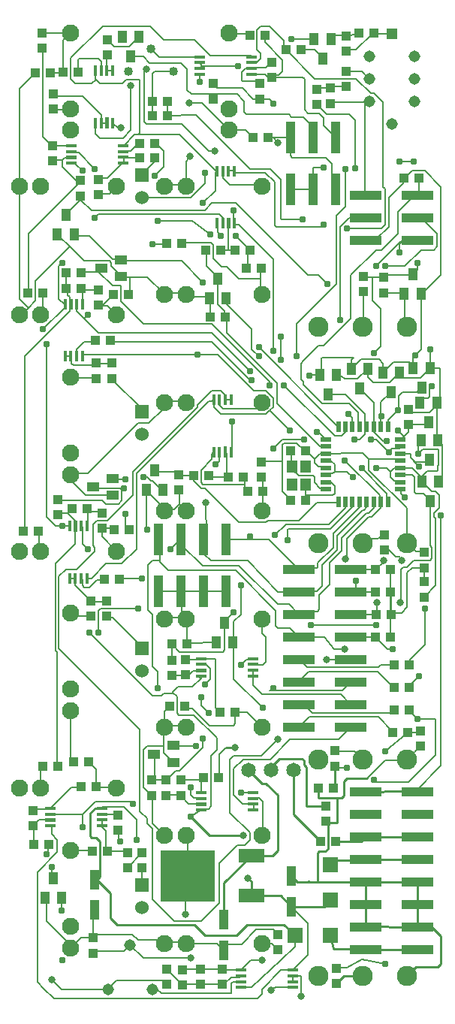
<source format=gbr>
G04 #@! TF.GenerationSoftware,KiCad,Pcbnew,(6.0.0-rc1-dev-1542-gf9f87b3ff-dirty)*
G04 #@! TF.CreationDate,2019-02-04T09:57:11-08:00
G04 #@! TF.ProjectId,qcd-23,7163642d-3233-42e6-9b69-6361645f7063,rev?*
G04 #@! TF.SameCoordinates,Original*
G04 #@! TF.FileFunction,Copper,L1,Top*
G04 #@! TF.FilePolarity,Positive*
%FSLAX46Y46*%
G04 Gerber Fmt 4.6, Leading zero omitted, Abs format (unit mm)*
G04 Created by KiCad (PCBNEW (6.0.0-rc1-dev-1542-gf9f87b3ff-dirty)) date Monday, 04 February 2019 at 09:57:11*
%MOMM*%
%LPD*%
G04 APERTURE LIST*
%ADD10C,1.930400*%
%ADD11R,1.000000X1.000000*%
%ADD12C,2.286000*%
%ADD13C,1.524000*%
%ADD14R,1.524000X1.524000*%
%ADD15R,0.400000X1.200000*%
%ADD16C,0.127000*%
%ADD17C,0.400000*%
%ADD18R,1.200000X0.400000*%
%ADD19R,1.000000X1.400000*%
%ADD20R,1.400000X1.000000*%
%ADD21R,3.556000X1.016000*%
%ADD22R,1.308000X1.308000*%
%ADD23C,1.308000*%
%ADD24C,1.016000*%
%ADD25R,3.000000X1.600000*%
%ADD26R,6.200000X5.800000*%
%ADD27R,1.700000X1.800000*%
%ADD28R,1.000000X2.300000*%
%ADD29C,1.651000*%
%ADD30R,1.800000X1.700000*%
%ADD31R,1.016000X3.556000*%
%ADD32R,0.500000X1.250000*%
%ADD33R,1.250000X0.500000*%
%ADD34R,1.150000X1.400000*%
%ADD35C,0.787400*%
%ADD36C,0.812800*%
%ADD37C,0.203200*%
%ADD38C,0.254000*%
G04 APERTURE END LIST*
D10*
X130746500Y-59778900D03*
X130746500Y-62191900D03*
X130746500Y-51219100D03*
X143751300Y-68491100D03*
X141338300Y-68491100D03*
X152311100Y-68491100D03*
X143751300Y-80683100D03*
X141338300Y-80683100D03*
X152311100Y-80683100D03*
X127393700Y-68567300D03*
X124980700Y-68567300D03*
X135953500Y-68567300D03*
D11*
X128816100Y-59790700D03*
X128816100Y-58090700D03*
X146000100Y-75730100D03*
X147700100Y-75730100D03*
X148208100Y-83223100D03*
X146508100Y-83223100D03*
X127546100Y-52958100D03*
X127546100Y-51258100D03*
X128689100Y-65658100D03*
X128689100Y-63958100D03*
X163741100Y-78690100D03*
X163741100Y-80390100D03*
X150572100Y-77762100D03*
X152272100Y-77762100D03*
X133896100Y-67768100D03*
X133896100Y-69468100D03*
X138507100Y-65316100D03*
X140207100Y-65316100D03*
X140207100Y-63665100D03*
X138507100Y-63665100D03*
X168909100Y-122466100D03*
X167209100Y-122466100D03*
D12*
X158664900Y-84366100D03*
X163664900Y-84366100D03*
X168664900Y-84366100D03*
D13*
X138772900Y-69837300D03*
D14*
X138772900Y-67297300D03*
D15*
X149222100Y-72686100D03*
D16*
G36*
X148746844Y-72086235D02*
G01*
X148749563Y-72086638D01*
X148752228Y-72087306D01*
X148754815Y-72088231D01*
X148757299Y-72089406D01*
X148759656Y-72090819D01*
X148761863Y-72092456D01*
X148763899Y-72094301D01*
X148765744Y-72096337D01*
X148767381Y-72098544D01*
X148768794Y-72100901D01*
X148769969Y-72103385D01*
X148770894Y-72105972D01*
X148771562Y-72108637D01*
X148771965Y-72111356D01*
X148772100Y-72114100D01*
X148772100Y-73258100D01*
X148771965Y-73260844D01*
X148771562Y-73263563D01*
X148770894Y-73266228D01*
X148769969Y-73268815D01*
X148768794Y-73271299D01*
X148767381Y-73273656D01*
X148765744Y-73275863D01*
X148763899Y-73277899D01*
X148761863Y-73279744D01*
X148759656Y-73281381D01*
X148757299Y-73282794D01*
X148754815Y-73283969D01*
X148752228Y-73284894D01*
X148749563Y-73285562D01*
X148746844Y-73285965D01*
X148744100Y-73286100D01*
X148400100Y-73286100D01*
X148397356Y-73285965D01*
X148394637Y-73285562D01*
X148391972Y-73284894D01*
X148389385Y-73283969D01*
X148386901Y-73282794D01*
X148384544Y-73281381D01*
X148382337Y-73279744D01*
X148380301Y-73277899D01*
X148378456Y-73275863D01*
X148376819Y-73273656D01*
X148375406Y-73271299D01*
X148374231Y-73268815D01*
X148373306Y-73266228D01*
X148372638Y-73263563D01*
X148372235Y-73260844D01*
X148372100Y-73258100D01*
X148372100Y-72114100D01*
X148372235Y-72111356D01*
X148372638Y-72108637D01*
X148373306Y-72105972D01*
X148374231Y-72103385D01*
X148375406Y-72100901D01*
X148376819Y-72098544D01*
X148378456Y-72096337D01*
X148380301Y-72094301D01*
X148382337Y-72092456D01*
X148384544Y-72090819D01*
X148386901Y-72089406D01*
X148389385Y-72088231D01*
X148391972Y-72087306D01*
X148394637Y-72086638D01*
X148397356Y-72086235D01*
X148400100Y-72086100D01*
X148744100Y-72086100D01*
X148746844Y-72086235D01*
X148746844Y-72086235D01*
G37*
D17*
X148572100Y-72686100D03*
D15*
X147922100Y-72686100D03*
X147272100Y-72686100D03*
X147272100Y-66836100D03*
X147922100Y-66836100D03*
X148572100Y-66836100D03*
X149222100Y-66836100D03*
D18*
X130844100Y-65910100D03*
D16*
G36*
X131418844Y-65060235D02*
G01*
X131421563Y-65060638D01*
X131424228Y-65061306D01*
X131426815Y-65062231D01*
X131429299Y-65063406D01*
X131431656Y-65064819D01*
X131433863Y-65066456D01*
X131435899Y-65068301D01*
X131437744Y-65070337D01*
X131439381Y-65072544D01*
X131440794Y-65074901D01*
X131441969Y-65077385D01*
X131442894Y-65079972D01*
X131443562Y-65082637D01*
X131443965Y-65085356D01*
X131444100Y-65088100D01*
X131444100Y-65432100D01*
X131443965Y-65434844D01*
X131443562Y-65437563D01*
X131442894Y-65440228D01*
X131441969Y-65442815D01*
X131440794Y-65445299D01*
X131439381Y-65447656D01*
X131437744Y-65449863D01*
X131435899Y-65451899D01*
X131433863Y-65453744D01*
X131431656Y-65455381D01*
X131429299Y-65456794D01*
X131426815Y-65457969D01*
X131424228Y-65458894D01*
X131421563Y-65459562D01*
X131418844Y-65459965D01*
X131416100Y-65460100D01*
X130272100Y-65460100D01*
X130269356Y-65459965D01*
X130266637Y-65459562D01*
X130263972Y-65458894D01*
X130261385Y-65457969D01*
X130258901Y-65456794D01*
X130256544Y-65455381D01*
X130254337Y-65453744D01*
X130252301Y-65451899D01*
X130250456Y-65449863D01*
X130248819Y-65447656D01*
X130247406Y-65445299D01*
X130246231Y-65442815D01*
X130245306Y-65440228D01*
X130244638Y-65437563D01*
X130244235Y-65434844D01*
X130244100Y-65432100D01*
X130244100Y-65088100D01*
X130244235Y-65085356D01*
X130244638Y-65082637D01*
X130245306Y-65079972D01*
X130246231Y-65077385D01*
X130247406Y-65074901D01*
X130248819Y-65072544D01*
X130250456Y-65070337D01*
X130252301Y-65068301D01*
X130254337Y-65066456D01*
X130256544Y-65064819D01*
X130258901Y-65063406D01*
X130261385Y-65062231D01*
X130263972Y-65061306D01*
X130266637Y-65060638D01*
X130269356Y-65060235D01*
X130272100Y-65060100D01*
X131416100Y-65060100D01*
X131418844Y-65060235D01*
X131418844Y-65060235D01*
G37*
D17*
X130844100Y-65260100D03*
D18*
X130844100Y-64610100D03*
X130844100Y-63960100D03*
X136694100Y-63960100D03*
X136694100Y-64610100D03*
X136694100Y-65260100D03*
X136694100Y-65910100D03*
D19*
X129263100Y-73909100D03*
X131163100Y-73909100D03*
X130213100Y-71709100D03*
D11*
X131864100Y-67895100D03*
X131864100Y-69595100D03*
X166027100Y-80517100D03*
X166027100Y-78817100D03*
D19*
X168379100Y-80640100D03*
X170279100Y-80640100D03*
X169329100Y-78440100D03*
X164310100Y-89108100D03*
X162410100Y-89108100D03*
X163360100Y-91308100D03*
X146408100Y-81148100D03*
X148308100Y-81148100D03*
X147358100Y-78948100D03*
D11*
X149302100Y-75730100D03*
X151002100Y-75730100D03*
D10*
X127393700Y-83045300D03*
X124980700Y-83045300D03*
X135953500Y-83045300D03*
X143751300Y-92875100D03*
X141338300Y-92875100D03*
X152311100Y-92875100D03*
X143751300Y-105067100D03*
X141338300Y-105067100D03*
X152311100Y-105067100D03*
X130746500Y-98590100D03*
X130746500Y-101003100D03*
X130746500Y-90030300D03*
D11*
X127634100Y-80556100D03*
X125934100Y-80556100D03*
X133896100Y-80214100D03*
X133896100Y-81914100D03*
X130252100Y-80048100D03*
X131952100Y-80048100D03*
X166103300Y-109523900D03*
X166103300Y-107823900D03*
X150699100Y-102908100D03*
X152399100Y-102908100D03*
X133642100Y-88469100D03*
X133642100Y-90169100D03*
X135420100Y-88469100D03*
X135420100Y-90169100D03*
X135254100Y-85890100D03*
X133554100Y-85890100D03*
X168909100Y-125006100D03*
X167209100Y-125006100D03*
X144603100Y-101130100D03*
X146303100Y-101130100D03*
X142913100Y-101042100D03*
X142913100Y-102742100D03*
D12*
X158664900Y-108750100D03*
X163664900Y-108750100D03*
X168664900Y-108750100D03*
D13*
X138772900Y-96507300D03*
D14*
X138772900Y-93967300D03*
D15*
X148841100Y-98467100D03*
D16*
G36*
X148365844Y-97867235D02*
G01*
X148368563Y-97867638D01*
X148371228Y-97868306D01*
X148373815Y-97869231D01*
X148376299Y-97870406D01*
X148378656Y-97871819D01*
X148380863Y-97873456D01*
X148382899Y-97875301D01*
X148384744Y-97877337D01*
X148386381Y-97879544D01*
X148387794Y-97881901D01*
X148388969Y-97884385D01*
X148389894Y-97886972D01*
X148390562Y-97889637D01*
X148390965Y-97892356D01*
X148391100Y-97895100D01*
X148391100Y-99039100D01*
X148390965Y-99041844D01*
X148390562Y-99044563D01*
X148389894Y-99047228D01*
X148388969Y-99049815D01*
X148387794Y-99052299D01*
X148386381Y-99054656D01*
X148384744Y-99056863D01*
X148382899Y-99058899D01*
X148380863Y-99060744D01*
X148378656Y-99062381D01*
X148376299Y-99063794D01*
X148373815Y-99064969D01*
X148371228Y-99065894D01*
X148368563Y-99066562D01*
X148365844Y-99066965D01*
X148363100Y-99067100D01*
X148019100Y-99067100D01*
X148016356Y-99066965D01*
X148013637Y-99066562D01*
X148010972Y-99065894D01*
X148008385Y-99064969D01*
X148005901Y-99063794D01*
X148003544Y-99062381D01*
X148001337Y-99060744D01*
X147999301Y-99058899D01*
X147997456Y-99056863D01*
X147995819Y-99054656D01*
X147994406Y-99052299D01*
X147993231Y-99049815D01*
X147992306Y-99047228D01*
X147991638Y-99044563D01*
X147991235Y-99041844D01*
X147991100Y-99039100D01*
X147991100Y-97895100D01*
X147991235Y-97892356D01*
X147991638Y-97889637D01*
X147992306Y-97886972D01*
X147993231Y-97884385D01*
X147994406Y-97881901D01*
X147995819Y-97879544D01*
X147997456Y-97877337D01*
X147999301Y-97875301D01*
X148001337Y-97873456D01*
X148003544Y-97871819D01*
X148005901Y-97870406D01*
X148008385Y-97869231D01*
X148010972Y-97868306D01*
X148013637Y-97867638D01*
X148016356Y-97867235D01*
X148019100Y-97867100D01*
X148363100Y-97867100D01*
X148365844Y-97867235D01*
X148365844Y-97867235D01*
G37*
D17*
X148191100Y-98467100D03*
D15*
X147541100Y-98467100D03*
X146891100Y-98467100D03*
X146891100Y-92617100D03*
X147541100Y-92617100D03*
X148191100Y-92617100D03*
X148841100Y-92617100D03*
X130127100Y-81822100D03*
D16*
G36*
X130951844Y-81222235D02*
G01*
X130954563Y-81222638D01*
X130957228Y-81223306D01*
X130959815Y-81224231D01*
X130962299Y-81225406D01*
X130964656Y-81226819D01*
X130966863Y-81228456D01*
X130968899Y-81230301D01*
X130970744Y-81232337D01*
X130972381Y-81234544D01*
X130973794Y-81236901D01*
X130974969Y-81239385D01*
X130975894Y-81241972D01*
X130976562Y-81244637D01*
X130976965Y-81247356D01*
X130977100Y-81250100D01*
X130977100Y-82394100D01*
X130976965Y-82396844D01*
X130976562Y-82399563D01*
X130975894Y-82402228D01*
X130974969Y-82404815D01*
X130973794Y-82407299D01*
X130972381Y-82409656D01*
X130970744Y-82411863D01*
X130968899Y-82413899D01*
X130966863Y-82415744D01*
X130964656Y-82417381D01*
X130962299Y-82418794D01*
X130959815Y-82419969D01*
X130957228Y-82420894D01*
X130954563Y-82421562D01*
X130951844Y-82421965D01*
X130949100Y-82422100D01*
X130605100Y-82422100D01*
X130602356Y-82421965D01*
X130599637Y-82421562D01*
X130596972Y-82420894D01*
X130594385Y-82419969D01*
X130591901Y-82418794D01*
X130589544Y-82417381D01*
X130587337Y-82415744D01*
X130585301Y-82413899D01*
X130583456Y-82411863D01*
X130581819Y-82409656D01*
X130580406Y-82407299D01*
X130579231Y-82404815D01*
X130578306Y-82402228D01*
X130577638Y-82399563D01*
X130577235Y-82396844D01*
X130577100Y-82394100D01*
X130577100Y-81250100D01*
X130577235Y-81247356D01*
X130577638Y-81244637D01*
X130578306Y-81241972D01*
X130579231Y-81239385D01*
X130580406Y-81236901D01*
X130581819Y-81234544D01*
X130583456Y-81232337D01*
X130585301Y-81230301D01*
X130587337Y-81228456D01*
X130589544Y-81226819D01*
X130591901Y-81225406D01*
X130594385Y-81224231D01*
X130596972Y-81223306D01*
X130599637Y-81222638D01*
X130602356Y-81222235D01*
X130605100Y-81222100D01*
X130949100Y-81222100D01*
X130951844Y-81222235D01*
X130951844Y-81222235D01*
G37*
D17*
X130777100Y-81822100D03*
D15*
X131427100Y-81822100D03*
X132077100Y-81822100D03*
X132077100Y-87672100D03*
X131427100Y-87672100D03*
X130777100Y-87672100D03*
X130127100Y-87672100D03*
D20*
X136393100Y-78712100D03*
X136393100Y-76812100D03*
X134193100Y-77762100D03*
D11*
X130252100Y-78270100D03*
X131952100Y-78270100D03*
X168821100Y-93676100D03*
X168821100Y-95376100D03*
D19*
X172057100Y-92918100D03*
X170157100Y-92918100D03*
X171107100Y-95118100D03*
X160754100Y-89743100D03*
X158854100Y-89743100D03*
X159804100Y-91943100D03*
X139296100Y-102738100D03*
X141196100Y-102738100D03*
X140246100Y-100538100D03*
D11*
X148540100Y-101257100D03*
X150240100Y-101257100D03*
D21*
X156498500Y-114236500D03*
X156498500Y-129476500D03*
X162347700Y-129476500D03*
X156498500Y-126936500D03*
X162347700Y-126936500D03*
X156498500Y-124396500D03*
X162347700Y-124396500D03*
X156498500Y-121856500D03*
X162347700Y-121856500D03*
X156498500Y-119316500D03*
X162347700Y-119316500D03*
X156498500Y-116776500D03*
X156498500Y-111696500D03*
X162347700Y-116776500D03*
X162347700Y-114236500D03*
X162347700Y-111696500D03*
D10*
X127393700Y-109715300D03*
X124980700Y-109715300D03*
X135953500Y-109715300D03*
X143751300Y-117259100D03*
X141338300Y-117259100D03*
X152311100Y-117259100D03*
X143751300Y-129451100D03*
X141338300Y-129451100D03*
X152311100Y-129451100D03*
X130746500Y-125209300D03*
X130746500Y-127622300D03*
X130746500Y-116649500D03*
D11*
X127126100Y-107353100D03*
X125426100Y-107353100D03*
X134277100Y-105360100D03*
X134277100Y-107060100D03*
X130887100Y-104813100D03*
X132587100Y-104813100D03*
X160566100Y-133857100D03*
X160566100Y-132157100D03*
X147625700Y-127800100D03*
X149325700Y-127800100D03*
X133007100Y-115266100D03*
X133007100Y-116966100D03*
X134785100Y-115266100D03*
X134785100Y-116966100D03*
X136270100Y-112814100D03*
X134570100Y-112814100D03*
X168909100Y-127546100D03*
X167209100Y-127546100D03*
X142151100Y-121920900D03*
X142151100Y-123620900D03*
X142215500Y-120078500D03*
X143915500Y-120078500D03*
D12*
X158664900Y-133134100D03*
X163664900Y-133134100D03*
X168664900Y-133134100D03*
D13*
X138772900Y-123126500D03*
D14*
X138772900Y-120586500D03*
D18*
X145449100Y-123720500D03*
D16*
G36*
X146023844Y-122870635D02*
G01*
X146026563Y-122871038D01*
X146029228Y-122871706D01*
X146031815Y-122872631D01*
X146034299Y-122873806D01*
X146036656Y-122875219D01*
X146038863Y-122876856D01*
X146040899Y-122878701D01*
X146042744Y-122880737D01*
X146044381Y-122882944D01*
X146045794Y-122885301D01*
X146046969Y-122887785D01*
X146047894Y-122890372D01*
X146048562Y-122893037D01*
X146048965Y-122895756D01*
X146049100Y-122898500D01*
X146049100Y-123242500D01*
X146048965Y-123245244D01*
X146048562Y-123247963D01*
X146047894Y-123250628D01*
X146046969Y-123253215D01*
X146045794Y-123255699D01*
X146044381Y-123258056D01*
X146042744Y-123260263D01*
X146040899Y-123262299D01*
X146038863Y-123264144D01*
X146036656Y-123265781D01*
X146034299Y-123267194D01*
X146031815Y-123268369D01*
X146029228Y-123269294D01*
X146026563Y-123269962D01*
X146023844Y-123270365D01*
X146021100Y-123270500D01*
X144877100Y-123270500D01*
X144874356Y-123270365D01*
X144871637Y-123269962D01*
X144868972Y-123269294D01*
X144866385Y-123268369D01*
X144863901Y-123267194D01*
X144861544Y-123265781D01*
X144859337Y-123264144D01*
X144857301Y-123262299D01*
X144855456Y-123260263D01*
X144853819Y-123258056D01*
X144852406Y-123255699D01*
X144851231Y-123253215D01*
X144850306Y-123250628D01*
X144849638Y-123247963D01*
X144849235Y-123245244D01*
X144849100Y-123242500D01*
X144849100Y-122898500D01*
X144849235Y-122895756D01*
X144849638Y-122893037D01*
X144850306Y-122890372D01*
X144851231Y-122887785D01*
X144852406Y-122885301D01*
X144853819Y-122882944D01*
X144855456Y-122880737D01*
X144857301Y-122878701D01*
X144859337Y-122876856D01*
X144861544Y-122875219D01*
X144863901Y-122873806D01*
X144866385Y-122872631D01*
X144868972Y-122871706D01*
X144871637Y-122871038D01*
X144874356Y-122870635D01*
X144877100Y-122870500D01*
X146021100Y-122870500D01*
X146023844Y-122870635D01*
X146023844Y-122870635D01*
G37*
D17*
X145449100Y-123070500D03*
D18*
X145449100Y-122420500D03*
X145449100Y-121770500D03*
X151299100Y-121770500D03*
X151299100Y-122420500D03*
X151299100Y-123070500D03*
X151299100Y-123720500D03*
D15*
X130635100Y-106841100D03*
D16*
G36*
X131459844Y-106241235D02*
G01*
X131462563Y-106241638D01*
X131465228Y-106242306D01*
X131467815Y-106243231D01*
X131470299Y-106244406D01*
X131472656Y-106245819D01*
X131474863Y-106247456D01*
X131476899Y-106249301D01*
X131478744Y-106251337D01*
X131480381Y-106253544D01*
X131481794Y-106255901D01*
X131482969Y-106258385D01*
X131483894Y-106260972D01*
X131484562Y-106263637D01*
X131484965Y-106266356D01*
X131485100Y-106269100D01*
X131485100Y-107413100D01*
X131484965Y-107415844D01*
X131484562Y-107418563D01*
X131483894Y-107421228D01*
X131482969Y-107423815D01*
X131481794Y-107426299D01*
X131480381Y-107428656D01*
X131478744Y-107430863D01*
X131476899Y-107432899D01*
X131474863Y-107434744D01*
X131472656Y-107436381D01*
X131470299Y-107437794D01*
X131467815Y-107438969D01*
X131465228Y-107439894D01*
X131462563Y-107440562D01*
X131459844Y-107440965D01*
X131457100Y-107441100D01*
X131113100Y-107441100D01*
X131110356Y-107440965D01*
X131107637Y-107440562D01*
X131104972Y-107439894D01*
X131102385Y-107438969D01*
X131099901Y-107437794D01*
X131097544Y-107436381D01*
X131095337Y-107434744D01*
X131093301Y-107432899D01*
X131091456Y-107430863D01*
X131089819Y-107428656D01*
X131088406Y-107426299D01*
X131087231Y-107423815D01*
X131086306Y-107421228D01*
X131085638Y-107418563D01*
X131085235Y-107415844D01*
X131085100Y-107413100D01*
X131085100Y-106269100D01*
X131085235Y-106266356D01*
X131085638Y-106263637D01*
X131086306Y-106260972D01*
X131087231Y-106258385D01*
X131088406Y-106255901D01*
X131089819Y-106253544D01*
X131091456Y-106251337D01*
X131093301Y-106249301D01*
X131095337Y-106247456D01*
X131097544Y-106245819D01*
X131099901Y-106244406D01*
X131102385Y-106243231D01*
X131104972Y-106242306D01*
X131107637Y-106241638D01*
X131110356Y-106241235D01*
X131113100Y-106241100D01*
X131457100Y-106241100D01*
X131459844Y-106241235D01*
X131459844Y-106241235D01*
G37*
D17*
X131285100Y-106841100D03*
D15*
X131935100Y-106841100D03*
X132585100Y-106841100D03*
X132585100Y-112691100D03*
X131935100Y-112691100D03*
X131285100Y-112691100D03*
X130635100Y-112691100D03*
D20*
X135504100Y-103350100D03*
X135504100Y-101450100D03*
X133304100Y-102400100D03*
D11*
X129324100Y-105536100D03*
X129324100Y-103836100D03*
X158725500Y-136334500D03*
X160425500Y-136334500D03*
D19*
X171295100Y-88981100D03*
X169395100Y-88981100D03*
X170345100Y-91181100D03*
X172260300Y-101782700D03*
X170360300Y-101782700D03*
X171310300Y-103982700D03*
X147170100Y-119933900D03*
X149070100Y-119933900D03*
X148120100Y-117733900D03*
D11*
X143700500Y-123570100D03*
X143700500Y-121870100D03*
D10*
X127393700Y-136385300D03*
X124980700Y-136385300D03*
X135953500Y-136385300D03*
X143751300Y-141643100D03*
X141338300Y-141643100D03*
X152311100Y-141643100D03*
X143751300Y-153835100D03*
X141338300Y-153835100D03*
X152311100Y-153835100D03*
X130746500Y-151930100D03*
X130746500Y-154343100D03*
X130746500Y-143370300D03*
D11*
X127585100Y-133896100D03*
X129285100Y-133896100D03*
X131903100Y-136182100D03*
X133603100Y-136182100D03*
X126530100Y-140588100D03*
X126530100Y-138888100D03*
X160693100Y-156668100D03*
X160693100Y-158368100D03*
X145746100Y-135166100D03*
X147446100Y-135166100D03*
X134873100Y-143421100D03*
X133173100Y-143421100D03*
X137172700Y-143612500D03*
X137172700Y-145312500D03*
X136055100Y-141096100D03*
X136055100Y-139396100D03*
X168782100Y-130086100D03*
X167082100Y-130086100D03*
X141516100Y-135459100D03*
X141516100Y-137159100D03*
X139865100Y-135459100D03*
X139865100Y-137159100D03*
D12*
X158664900Y-157518100D03*
X163664900Y-157518100D03*
X168664900Y-157518100D03*
D13*
X138772900Y-149847300D03*
D14*
X138772900Y-147307300D03*
D18*
X145449100Y-138808100D03*
D16*
G36*
X146023844Y-137958235D02*
G01*
X146026563Y-137958638D01*
X146029228Y-137959306D01*
X146031815Y-137960231D01*
X146034299Y-137961406D01*
X146036656Y-137962819D01*
X146038863Y-137964456D01*
X146040899Y-137966301D01*
X146042744Y-137968337D01*
X146044381Y-137970544D01*
X146045794Y-137972901D01*
X146046969Y-137975385D01*
X146047894Y-137977972D01*
X146048562Y-137980637D01*
X146048965Y-137983356D01*
X146049100Y-137986100D01*
X146049100Y-138330100D01*
X146048965Y-138332844D01*
X146048562Y-138335563D01*
X146047894Y-138338228D01*
X146046969Y-138340815D01*
X146045794Y-138343299D01*
X146044381Y-138345656D01*
X146042744Y-138347863D01*
X146040899Y-138349899D01*
X146038863Y-138351744D01*
X146036656Y-138353381D01*
X146034299Y-138354794D01*
X146031815Y-138355969D01*
X146029228Y-138356894D01*
X146026563Y-138357562D01*
X146023844Y-138357965D01*
X146021100Y-138358100D01*
X144877100Y-138358100D01*
X144874356Y-138357965D01*
X144871637Y-138357562D01*
X144868972Y-138356894D01*
X144866385Y-138355969D01*
X144863901Y-138354794D01*
X144861544Y-138353381D01*
X144859337Y-138351744D01*
X144857301Y-138349899D01*
X144855456Y-138347863D01*
X144853819Y-138345656D01*
X144852406Y-138343299D01*
X144851231Y-138340815D01*
X144850306Y-138338228D01*
X144849638Y-138335563D01*
X144849235Y-138332844D01*
X144849100Y-138330100D01*
X144849100Y-137986100D01*
X144849235Y-137983356D01*
X144849638Y-137980637D01*
X144850306Y-137977972D01*
X144851231Y-137975385D01*
X144852406Y-137972901D01*
X144853819Y-137970544D01*
X144855456Y-137968337D01*
X144857301Y-137966301D01*
X144859337Y-137964456D01*
X144861544Y-137962819D01*
X144863901Y-137961406D01*
X144866385Y-137960231D01*
X144868972Y-137959306D01*
X144871637Y-137958638D01*
X144874356Y-137958235D01*
X144877100Y-137958100D01*
X146021100Y-137958100D01*
X146023844Y-137958235D01*
X146023844Y-137958235D01*
G37*
D17*
X145449100Y-138158100D03*
D18*
X145449100Y-137508100D03*
X145449100Y-136858100D03*
X151299100Y-136858100D03*
X151299100Y-137508100D03*
X151299100Y-138158100D03*
X151299100Y-138808100D03*
X128431100Y-140586100D03*
D16*
G36*
X129005844Y-139736235D02*
G01*
X129008563Y-139736638D01*
X129011228Y-139737306D01*
X129013815Y-139738231D01*
X129016299Y-139739406D01*
X129018656Y-139740819D01*
X129020863Y-139742456D01*
X129022899Y-139744301D01*
X129024744Y-139746337D01*
X129026381Y-139748544D01*
X129027794Y-139750901D01*
X129028969Y-139753385D01*
X129029894Y-139755972D01*
X129030562Y-139758637D01*
X129030965Y-139761356D01*
X129031100Y-139764100D01*
X129031100Y-140108100D01*
X129030965Y-140110844D01*
X129030562Y-140113563D01*
X129029894Y-140116228D01*
X129028969Y-140118815D01*
X129027794Y-140121299D01*
X129026381Y-140123656D01*
X129024744Y-140125863D01*
X129022899Y-140127899D01*
X129020863Y-140129744D01*
X129018656Y-140131381D01*
X129016299Y-140132794D01*
X129013815Y-140133969D01*
X129011228Y-140134894D01*
X129008563Y-140135562D01*
X129005844Y-140135965D01*
X129003100Y-140136100D01*
X127859100Y-140136100D01*
X127856356Y-140135965D01*
X127853637Y-140135562D01*
X127850972Y-140134894D01*
X127848385Y-140133969D01*
X127845901Y-140132794D01*
X127843544Y-140131381D01*
X127841337Y-140129744D01*
X127839301Y-140127899D01*
X127837456Y-140125863D01*
X127835819Y-140123656D01*
X127834406Y-140121299D01*
X127833231Y-140118815D01*
X127832306Y-140116228D01*
X127831638Y-140113563D01*
X127831235Y-140110844D01*
X127831100Y-140108100D01*
X127831100Y-139764100D01*
X127831235Y-139761356D01*
X127831638Y-139758637D01*
X127832306Y-139755972D01*
X127833231Y-139753385D01*
X127834406Y-139750901D01*
X127835819Y-139748544D01*
X127837456Y-139746337D01*
X127839301Y-139744301D01*
X127841337Y-139742456D01*
X127843544Y-139740819D01*
X127845901Y-139739406D01*
X127848385Y-139738231D01*
X127850972Y-139737306D01*
X127853637Y-139736638D01*
X127856356Y-139736235D01*
X127859100Y-139736100D01*
X129003100Y-139736100D01*
X129005844Y-139736235D01*
X129005844Y-139736235D01*
G37*
D17*
X128431100Y-139936100D03*
D18*
X128431100Y-139286100D03*
X128431100Y-138636100D03*
X134281100Y-138636100D03*
X134281100Y-139286100D03*
X134281100Y-139936100D03*
X134281100Y-140586100D03*
D19*
X127866100Y-148712100D03*
X129766100Y-148712100D03*
X128816100Y-146512100D03*
D11*
X126569100Y-142659100D03*
X128269100Y-142659100D03*
X170243500Y-131621900D03*
X170243500Y-129921900D03*
D19*
X167866100Y-89489100D03*
X165966100Y-89489100D03*
X166916100Y-91689100D03*
X172184100Y-97109100D03*
X170284100Y-97109100D03*
X171234100Y-99309100D03*
D20*
X142362100Y-133449100D03*
X142362100Y-131549100D03*
X140162100Y-132499100D03*
D11*
X143167100Y-137159100D03*
X143167100Y-135459100D03*
D10*
X148602700Y-59804300D03*
X148602700Y-62217300D03*
X148602700Y-51244500D03*
D11*
X152653100Y-51473100D03*
X150953100Y-51473100D03*
D18*
X145322100Y-55877100D03*
D16*
G36*
X145896844Y-55027235D02*
G01*
X145899563Y-55027638D01*
X145902228Y-55028306D01*
X145904815Y-55029231D01*
X145907299Y-55030406D01*
X145909656Y-55031819D01*
X145911863Y-55033456D01*
X145913899Y-55035301D01*
X145915744Y-55037337D01*
X145917381Y-55039544D01*
X145918794Y-55041901D01*
X145919969Y-55044385D01*
X145920894Y-55046972D01*
X145921562Y-55049637D01*
X145921965Y-55052356D01*
X145922100Y-55055100D01*
X145922100Y-55399100D01*
X145921965Y-55401844D01*
X145921562Y-55404563D01*
X145920894Y-55407228D01*
X145919969Y-55409815D01*
X145918794Y-55412299D01*
X145917381Y-55414656D01*
X145915744Y-55416863D01*
X145913899Y-55418899D01*
X145911863Y-55420744D01*
X145909656Y-55422381D01*
X145907299Y-55423794D01*
X145904815Y-55424969D01*
X145902228Y-55425894D01*
X145899563Y-55426562D01*
X145896844Y-55426965D01*
X145894100Y-55427100D01*
X144750100Y-55427100D01*
X144747356Y-55426965D01*
X144744637Y-55426562D01*
X144741972Y-55425894D01*
X144739385Y-55424969D01*
X144736901Y-55423794D01*
X144734544Y-55422381D01*
X144732337Y-55420744D01*
X144730301Y-55418899D01*
X144728456Y-55416863D01*
X144726819Y-55414656D01*
X144725406Y-55412299D01*
X144724231Y-55409815D01*
X144723306Y-55407228D01*
X144722638Y-55404563D01*
X144722235Y-55401844D01*
X144722100Y-55399100D01*
X144722100Y-55055100D01*
X144722235Y-55052356D01*
X144722638Y-55049637D01*
X144723306Y-55046972D01*
X144724231Y-55044385D01*
X144725406Y-55041901D01*
X144726819Y-55039544D01*
X144728456Y-55037337D01*
X144730301Y-55035301D01*
X144732337Y-55033456D01*
X144734544Y-55031819D01*
X144736901Y-55030406D01*
X144739385Y-55029231D01*
X144741972Y-55028306D01*
X144744637Y-55027638D01*
X144747356Y-55027235D01*
X144750100Y-55027100D01*
X145894100Y-55027100D01*
X145896844Y-55027235D01*
X145896844Y-55027235D01*
G37*
D17*
X145322100Y-55227100D03*
D18*
X145322100Y-54577100D03*
X145322100Y-53927100D03*
X151172100Y-53927100D03*
X151172100Y-54577100D03*
X151172100Y-55227100D03*
X151172100Y-55877100D03*
D11*
X153454100Y-54560100D03*
X153454100Y-56260100D03*
X152107900Y-58673100D03*
X152107900Y-56973100D03*
X155017100Y-53124100D03*
X156717100Y-53124100D03*
D19*
X160119100Y-51897100D03*
X158219100Y-51897100D03*
X159169100Y-54097100D03*
D11*
X163272100Y-51219100D03*
X164972100Y-51219100D03*
D22*
X166992300Y-51371500D03*
D23*
X166992300Y-61531500D03*
X164452300Y-58991500D03*
X164452300Y-56451500D03*
X164452300Y-53911500D03*
X169532300Y-58991500D03*
X169532300Y-56451500D03*
X169532300Y-53911500D03*
D11*
X161836100Y-57276100D03*
X161836100Y-55576100D03*
X160058100Y-59181100D03*
X160058100Y-57481100D03*
D24*
X137299700Y-55562500D03*
X142379700Y-55562500D03*
X139839700Y-53022500D03*
D11*
X141654900Y-58940700D03*
X139954900Y-58940700D03*
X158903300Y-142328900D03*
X160603300Y-142328900D03*
D25*
X151142100Y-143935100D03*
X151142100Y-148495100D03*
D26*
X143962100Y-146215100D03*
D21*
X164042300Y-139306300D03*
X164042300Y-154546300D03*
X169891500Y-154546300D03*
X164042300Y-152006300D03*
X169891500Y-152006300D03*
X164042300Y-149466300D03*
X169891500Y-149466300D03*
X164042300Y-146926300D03*
X169891500Y-146926300D03*
X164042300Y-144386300D03*
X169891500Y-144386300D03*
X164042300Y-141846300D03*
X164042300Y-136766300D03*
X169891500Y-141846300D03*
X169891500Y-139306300D03*
X169891500Y-136766300D03*
D27*
X160032700Y-149002500D03*
X160032700Y-145002500D03*
D28*
X148018500Y-151195700D03*
X148018500Y-154620700D03*
X155663900Y-149692700D03*
X155663900Y-146267700D03*
D29*
X150837900Y-134327900D03*
X155917900Y-134327900D03*
X153377900Y-134327900D03*
D15*
X135506100Y-61383100D03*
D16*
G36*
X135030844Y-60783235D02*
G01*
X135033563Y-60783638D01*
X135036228Y-60784306D01*
X135038815Y-60785231D01*
X135041299Y-60786406D01*
X135043656Y-60787819D01*
X135045863Y-60789456D01*
X135047899Y-60791301D01*
X135049744Y-60793337D01*
X135051381Y-60795544D01*
X135052794Y-60797901D01*
X135053969Y-60800385D01*
X135054894Y-60802972D01*
X135055562Y-60805637D01*
X135055965Y-60808356D01*
X135056100Y-60811100D01*
X135056100Y-61955100D01*
X135055965Y-61957844D01*
X135055562Y-61960563D01*
X135054894Y-61963228D01*
X135053969Y-61965815D01*
X135052794Y-61968299D01*
X135051381Y-61970656D01*
X135049744Y-61972863D01*
X135047899Y-61974899D01*
X135045863Y-61976744D01*
X135043656Y-61978381D01*
X135041299Y-61979794D01*
X135038815Y-61980969D01*
X135036228Y-61981894D01*
X135033563Y-61982562D01*
X135030844Y-61982965D01*
X135028100Y-61983100D01*
X134684100Y-61983100D01*
X134681356Y-61982965D01*
X134678637Y-61982562D01*
X134675972Y-61981894D01*
X134673385Y-61980969D01*
X134670901Y-61979794D01*
X134668544Y-61978381D01*
X134666337Y-61976744D01*
X134664301Y-61974899D01*
X134662456Y-61972863D01*
X134660819Y-61970656D01*
X134659406Y-61968299D01*
X134658231Y-61965815D01*
X134657306Y-61963228D01*
X134656638Y-61960563D01*
X134656235Y-61957844D01*
X134656100Y-61955100D01*
X134656100Y-60811100D01*
X134656235Y-60808356D01*
X134656638Y-60805637D01*
X134657306Y-60802972D01*
X134658231Y-60800385D01*
X134659406Y-60797901D01*
X134660819Y-60795544D01*
X134662456Y-60793337D01*
X134664301Y-60791301D01*
X134666337Y-60789456D01*
X134668544Y-60787819D01*
X134670901Y-60786406D01*
X134673385Y-60785231D01*
X134675972Y-60784306D01*
X134678637Y-60783638D01*
X134681356Y-60783235D01*
X134684100Y-60783100D01*
X135028100Y-60783100D01*
X135030844Y-60783235D01*
X135030844Y-60783235D01*
G37*
D17*
X134856100Y-61383100D03*
D15*
X134206100Y-61383100D03*
X133556100Y-61383100D03*
X133556100Y-55533100D03*
X134206100Y-55533100D03*
X134856100Y-55533100D03*
X135506100Y-55533100D03*
D11*
X151308700Y-63055500D03*
X153008700Y-63055500D03*
D30*
X160026100Y-152946100D03*
X156026100Y-152946100D03*
D11*
X159575500Y-138380100D03*
X159575500Y-140080100D03*
D28*
X133489700Y-150073700D03*
X133489700Y-146648700D03*
D23*
X139952100Y-159002100D03*
X134952100Y-159002100D03*
X137452100Y-154002100D03*
D11*
X133261100Y-154939100D03*
X133261100Y-153239100D03*
X170599100Y-114807100D03*
X170599100Y-113107100D03*
X170599100Y-111505100D03*
X170599100Y-109805100D03*
X166826300Y-111747300D03*
X165126300Y-111747300D03*
X166851700Y-114261900D03*
X165151700Y-114261900D03*
X166902500Y-116776500D03*
X165202500Y-116776500D03*
X166851700Y-119367300D03*
X165151700Y-119367300D03*
D31*
X145757900Y-108314700D03*
X140677900Y-108314700D03*
X140677900Y-114163900D03*
X143217900Y-108314700D03*
X148297900Y-108314700D03*
X143217900Y-114163900D03*
X145757900Y-114163900D03*
X148297900Y-114163900D03*
D32*
X160941100Y-95660100D03*
X161741100Y-95660100D03*
X162541100Y-95660100D03*
X163341100Y-95660100D03*
X164141100Y-95660100D03*
X164941100Y-95660100D03*
X165741100Y-95660100D03*
X166541100Y-95660100D03*
D33*
X167941100Y-97060100D03*
X167941100Y-97860100D03*
X167941100Y-98660100D03*
X167941100Y-99460100D03*
X167941100Y-100260100D03*
X167941100Y-101060100D03*
X167941100Y-101860100D03*
X167941100Y-102660100D03*
D32*
X166541100Y-104060100D03*
X165741100Y-104060100D03*
X164941100Y-104060100D03*
X164141100Y-104060100D03*
X163341100Y-104060100D03*
X162541100Y-104060100D03*
X161741100Y-104060100D03*
X160941100Y-104060100D03*
D33*
X159541100Y-102660100D03*
X159541100Y-101860100D03*
X159541100Y-101060100D03*
X159541100Y-100260100D03*
X159541100Y-99460100D03*
X159541100Y-98660100D03*
X159541100Y-97860100D03*
X159541100Y-97060100D03*
D11*
X170052100Y-67602100D03*
X168352100Y-67602100D03*
D21*
X169866100Y-72047100D03*
X169866100Y-69507100D03*
X169866100Y-74587100D03*
X164016900Y-69507100D03*
X164016900Y-72047100D03*
X164016900Y-74587100D03*
D34*
X157252100Y-100080100D03*
X155752100Y-100080100D03*
X155752100Y-102180100D03*
X157252100Y-102180100D03*
D11*
X157225100Y-98336100D03*
X155525100Y-98336100D03*
X155525100Y-103924100D03*
X157225100Y-103924100D03*
D31*
X158127700Y-68901100D03*
X160667700Y-68901100D03*
X155587700Y-68901100D03*
X160667700Y-63051900D03*
X158127700Y-63051900D03*
X155587700Y-63051900D03*
D18*
X155794900Y-156873300D03*
D16*
G36*
X156369644Y-157323435D02*
G01*
X156372363Y-157323838D01*
X156375028Y-157324506D01*
X156377615Y-157325431D01*
X156380099Y-157326606D01*
X156382456Y-157328019D01*
X156384663Y-157329656D01*
X156386699Y-157331501D01*
X156388544Y-157333537D01*
X156390181Y-157335744D01*
X156391594Y-157338101D01*
X156392769Y-157340585D01*
X156393694Y-157343172D01*
X156394362Y-157345837D01*
X156394765Y-157348556D01*
X156394900Y-157351300D01*
X156394900Y-157695300D01*
X156394765Y-157698044D01*
X156394362Y-157700763D01*
X156393694Y-157703428D01*
X156392769Y-157706015D01*
X156391594Y-157708499D01*
X156390181Y-157710856D01*
X156388544Y-157713063D01*
X156386699Y-157715099D01*
X156384663Y-157716944D01*
X156382456Y-157718581D01*
X156380099Y-157719994D01*
X156377615Y-157721169D01*
X156375028Y-157722094D01*
X156372363Y-157722762D01*
X156369644Y-157723165D01*
X156366900Y-157723300D01*
X155222900Y-157723300D01*
X155220156Y-157723165D01*
X155217437Y-157722762D01*
X155214772Y-157722094D01*
X155212185Y-157721169D01*
X155209701Y-157719994D01*
X155207344Y-157718581D01*
X155205137Y-157716944D01*
X155203101Y-157715099D01*
X155201256Y-157713063D01*
X155199619Y-157710856D01*
X155198206Y-157708499D01*
X155197031Y-157706015D01*
X155196106Y-157703428D01*
X155195438Y-157700763D01*
X155195035Y-157698044D01*
X155194900Y-157695300D01*
X155194900Y-157351300D01*
X155195035Y-157348556D01*
X155195438Y-157345837D01*
X155196106Y-157343172D01*
X155197031Y-157340585D01*
X155198206Y-157338101D01*
X155199619Y-157335744D01*
X155201256Y-157333537D01*
X155203101Y-157331501D01*
X155205137Y-157329656D01*
X155207344Y-157328019D01*
X155209701Y-157326606D01*
X155212185Y-157325431D01*
X155214772Y-157324506D01*
X155217437Y-157323838D01*
X155220156Y-157323435D01*
X155222900Y-157323300D01*
X156366900Y-157323300D01*
X156369644Y-157323435D01*
X156369644Y-157323435D01*
G37*
D17*
X155794900Y-157523300D03*
D18*
X155794900Y-158173300D03*
X155794900Y-158823300D03*
X149944900Y-158823300D03*
X149944900Y-158173300D03*
X149944900Y-157523300D03*
X149944900Y-156873300D03*
D11*
X145402300Y-156718900D03*
X145402300Y-158418900D03*
X141566900Y-156744300D03*
X141566900Y-158444300D03*
X147840700Y-156769700D03*
X147840700Y-158469700D03*
X138823700Y-143637900D03*
X138823700Y-145337900D03*
X143395700Y-158520500D03*
X143395700Y-156820500D03*
X161861500Y-51613700D03*
X161861500Y-53313700D03*
X158534100Y-59308100D03*
X158534100Y-57608100D03*
X134937500Y-53720100D03*
X134937500Y-52020100D03*
X129921900Y-55689500D03*
X131621900Y-55689500D03*
X141654900Y-60540900D03*
X139954900Y-60540900D03*
X141555100Y-74993500D03*
X143255100Y-74993500D03*
X128446900Y-55765700D03*
X126746900Y-55765700D03*
X135560700Y-80733900D03*
X137260700Y-80733900D03*
X152234900Y-101294300D03*
X152234900Y-99594300D03*
X135636900Y-107226100D03*
X137336900Y-107226100D03*
X143585300Y-127139700D03*
X141885300Y-127139700D03*
X132815700Y-133413500D03*
X131115700Y-133413500D03*
X154139900Y-154532700D03*
X154139900Y-152832700D03*
D19*
X138478300Y-51643100D03*
X136578300Y-51643100D03*
X137528300Y-53843100D03*
D11*
X146824700Y-58673100D03*
X146824700Y-56973100D03*
D35*
X147713700Y-74079100D03*
X149339300Y-74079100D03*
X153606500Y-59194700D03*
X171284900Y-86880700D03*
D36*
X143725900Y-150583900D03*
X144106900Y-59169300D03*
X144183100Y-65163700D03*
X128663700Y-157899100D03*
D35*
X139941300Y-75069700D03*
X136944100Y-105422700D03*
X139357100Y-107251500D03*
X170675300Y-116141500D03*
X166611300Y-98463100D03*
X164985700Y-87287100D03*
X164579300Y-97040700D03*
X165188900Y-117970300D03*
X157873700Y-117970300D03*
X156248100Y-87693500D03*
X161734500Y-66560700D03*
X167830500Y-65747900D03*
X169456100Y-65747900D03*
X169862500Y-77127100D03*
X159296100Y-72859900D03*
D36*
X159600900Y-121881900D03*
D35*
X144284700Y-139560300D03*
X148932900Y-95008700D03*
X153606500Y-87083900D03*
X128003300Y-86271100D03*
X127596900Y-84645500D03*
X132067300Y-66763900D03*
X129832100Y-77127100D03*
X145300700Y-56781700D03*
X155638500Y-51930300D03*
X149136100Y-71234300D03*
X132880100Y-118783100D03*
X129832100Y-106794300D03*
D36*
X150253700Y-141693900D03*
X150761700Y-146494500D03*
X136385300Y-61963300D03*
D35*
X149948900Y-136867900D03*
X145681700Y-70421500D03*
X145072100Y-87490300D03*
X138163300Y-142151100D03*
X149948900Y-122440700D03*
X155435300Y-96024700D03*
X140195300Y-67373500D03*
X140601700Y-72453500D03*
X146494500Y-73977500D03*
X154419300Y-85458300D03*
X154419300Y-88099900D03*
X150964900Y-108013500D03*
X149644100Y-54978300D03*
X145884900Y-66967100D03*
X137756900Y-138087100D03*
X144259300Y-136258300D03*
X132676900Y-109435900D03*
X147104100Y-99885500D03*
X150964900Y-89319100D03*
X133489700Y-66560700D03*
X132676900Y-83019900D03*
X133489700Y-72047100D03*
X129832100Y-155765500D03*
X132067300Y-140728700D03*
X145884900Y-124675900D03*
D36*
X156781500Y-159778700D03*
D35*
X162064700Y-94145100D03*
X159702500Y-79565500D03*
X171462700Y-91071700D03*
X169608500Y-87566500D03*
X169964100Y-98691700D03*
X144868900Y-131584700D03*
X129730500Y-150152100D03*
X136944100Y-101511100D03*
X138976100Y-101307900D03*
X151980900Y-87693500D03*
X145681700Y-79362300D03*
X162547300Y-101307900D03*
X165188900Y-100291900D03*
X157695900Y-89903300D03*
X152387300Y-127317500D03*
X149948900Y-113499900D03*
X166408100Y-97243900D03*
D36*
X166027100Y-110655100D03*
D35*
X154825700Y-90944700D03*
X153200100Y-90944700D03*
X170065700Y-123761500D03*
X167627300Y-96024700D03*
D36*
X168084500Y-110655100D03*
D35*
X162953700Y-113017300D03*
X162750500Y-97040700D03*
X151168100Y-90335100D03*
D36*
X145986500Y-104178100D03*
D35*
X153606500Y-125082300D03*
D36*
X154114500Y-130822700D03*
X167957500Y-115404900D03*
X165265100Y-115430300D03*
D35*
X170065700Y-100088700D03*
X167093900Y-120688100D03*
D36*
X149288500Y-131813300D03*
D35*
X151980900Y-86677500D03*
X136740900Y-102527100D03*
X161937700Y-134023100D03*
X164985700Y-135445500D03*
X167627300Y-93789500D03*
X169862500Y-128536700D03*
X153809700Y-107810300D03*
X149136100Y-116547900D03*
X138772900Y-112687100D03*
X142024100Y-109435900D03*
X166230300Y-132168900D03*
X166204900Y-156197300D03*
X165798500Y-94399100D03*
X128003300Y-143776700D03*
X128612900Y-145199100D03*
X158483300Y-96227900D03*
X133896100Y-118783100D03*
X157060900Y-97040700D03*
X153606500Y-98056700D03*
X138366500Y-116141500D03*
X146316700Y-127850900D03*
X145503900Y-126098300D03*
X145681700Y-130771900D03*
X155232100Y-108419900D03*
X161124900Y-83629500D03*
X161683700Y-99428300D03*
X136334500Y-142354300D03*
X140601700Y-125082300D03*
D36*
X161734500Y-110553500D03*
X161632900Y-120688100D03*
D35*
X168440100Y-103543100D03*
X166204900Y-77533500D03*
X161937700Y-73266300D03*
X163563300Y-100291900D03*
X165188900Y-77533500D03*
X162852100Y-66484500D03*
X167805100Y-75958700D03*
X172504100Y-105575100D03*
X159270700Y-66408300D03*
D36*
X137553700Y-57188100D03*
X139306300Y-55283100D03*
X147027900Y-64579500D03*
X154139900Y-63588900D03*
D35*
X156908500Y-72250300D03*
D36*
X152361900Y-155714700D03*
X144335500Y-155486100D03*
X153377900Y-159118300D03*
D37*
X130644900Y-59855100D02*
X128816100Y-59855100D01*
X128816100Y-59855100D02*
X128816100Y-59790700D01*
X130644900Y-59855100D02*
X130746500Y-59778900D01*
X152184100Y-80581500D02*
X152184100Y-78930500D01*
X152184100Y-78930500D02*
X152184100Y-77939900D01*
X152184100Y-77939900D02*
X152272100Y-77762100D01*
X152184100Y-80581500D02*
X152311100Y-80683100D01*
X143255100Y-74993500D02*
X143356700Y-74891900D01*
X143356700Y-74891900D02*
X146596100Y-74891900D01*
X146596100Y-74891900D02*
X146850100Y-75145900D01*
X146850100Y-75145900D02*
X146850100Y-76644500D01*
X146850100Y-76644500D02*
X147764500Y-77558900D01*
X147764500Y-77558900D02*
X148374100Y-77558900D01*
X148374100Y-77558900D02*
X149745700Y-78930500D01*
X149745700Y-78930500D02*
X152184100Y-78930500D01*
X135115300Y-69405500D02*
X133896100Y-69405500D01*
X135953500Y-68567300D02*
X135115300Y-69405500D01*
X133896100Y-69405500D02*
X133896100Y-69468100D01*
X150761700Y-76111100D02*
X150761700Y-77736700D01*
X150964900Y-75907900D02*
X150761700Y-76111100D01*
X150761700Y-77736700D02*
X150572100Y-77762100D01*
X150964900Y-75907900D02*
X151002100Y-75730100D01*
X147307300Y-73672700D02*
X147307300Y-72859900D01*
X147713700Y-74079100D02*
X147307300Y-73672700D01*
X150964900Y-75704700D02*
X149339300Y-74079100D01*
X147307300Y-72859900D02*
X147272100Y-72686100D01*
X150964900Y-75704700D02*
X151002100Y-75730100D01*
X127596900Y-62903100D02*
X127596900Y-53149500D01*
X128612900Y-63919100D02*
X127596900Y-62903100D01*
X127596900Y-53149500D02*
X127546100Y-52958100D01*
X128612900Y-63919100D02*
X128689100Y-63958100D01*
X128816100Y-63919100D02*
X130644900Y-63919100D01*
X130644900Y-63919100D02*
X130844100Y-63960100D01*
X128816100Y-63919100D02*
X128689100Y-63958100D01*
X168821100Y-93676100D02*
X169137700Y-93992700D01*
X169137700Y-93992700D02*
X171234100Y-93992700D01*
X171234100Y-93992700D02*
X172057100Y-93169700D01*
X172057100Y-93169700D02*
X172057100Y-92918100D01*
X172057100Y-92918100D02*
X172427900Y-92780900D01*
X172427900Y-92780900D02*
X172427900Y-88988900D01*
X172427900Y-88988900D02*
X171912100Y-88981100D01*
X171912100Y-88981100D02*
X171295100Y-88981100D01*
X171295100Y-88981100D02*
X170169700Y-90106500D01*
X170169700Y-90106500D02*
X168287700Y-90106500D01*
X168287700Y-90106500D02*
X167866100Y-89684900D01*
X167866100Y-89684900D02*
X167866100Y-89489100D01*
X167866100Y-89489100D02*
X166766100Y-90589100D01*
X166766100Y-90589100D02*
X164884100Y-90589100D01*
X164884100Y-90589100D02*
X164310100Y-90015100D01*
X164310100Y-90015100D02*
X164310100Y-89108100D01*
X164310100Y-89108100D02*
X163108500Y-90233500D01*
X163108500Y-90233500D02*
X161632900Y-90233500D01*
X161632900Y-90233500D02*
X161066300Y-89743100D01*
X161066300Y-89743100D02*
X160754100Y-89743100D01*
X172184100Y-97109100D02*
X172057100Y-96982100D01*
X172057100Y-96982100D02*
X172057100Y-92918100D01*
X172260300Y-101782700D02*
X172656500Y-101386500D01*
X172656500Y-101386500D02*
X172656500Y-97581500D01*
X172184100Y-97109100D02*
X172656500Y-97581500D01*
D38*
X164042300Y-146926300D02*
X169891500Y-146926300D01*
X169891500Y-146926300D02*
X169891500Y-149466300D01*
X169891500Y-149466300D02*
X169891500Y-152006300D01*
X164042300Y-152006300D02*
X164042300Y-149466300D01*
X164042300Y-146926300D02*
X164042300Y-149466300D01*
X169891500Y-152006300D02*
X163334700Y-151930100D01*
X163334700Y-151930100D02*
X162648900Y-151930100D01*
X162648900Y-151930100D02*
X162572700Y-151853900D01*
X162572700Y-151853900D02*
X162572700Y-152006300D01*
X162572700Y-152006300D02*
X162648900Y-152082500D01*
X157264100Y-146899100D02*
X158610300Y-146899100D01*
X158610300Y-146899100D02*
X161758100Y-146899100D01*
X161758100Y-146899100D02*
X164042300Y-146926300D01*
X143751300Y-153835100D02*
X144411700Y-153835100D01*
D37*
X143649700Y-117157500D02*
X143243300Y-117157500D01*
X143243300Y-117157500D02*
X141414500Y-117157500D01*
X141414500Y-117157500D02*
X141338300Y-117259100D01*
X143649700Y-117157500D02*
X143751300Y-117259100D01*
X141414500Y-104965500D02*
X139382500Y-102933500D01*
X139382500Y-102933500D02*
X139296100Y-102738100D01*
X143040100Y-104355900D02*
X143040100Y-102933500D01*
X143751300Y-105067100D02*
X143040100Y-104355900D01*
X143040100Y-102933500D02*
X142913100Y-102742100D01*
X142430500Y-104965500D02*
X141414500Y-104965500D01*
X143040100Y-104355900D02*
X142430500Y-104965500D01*
X141414500Y-104965500D02*
X141338300Y-105067100D01*
X169659300Y-109639100D02*
X170472100Y-109639100D01*
X168846500Y-108826300D02*
X169659300Y-109639100D01*
X170472100Y-109639100D02*
X170599100Y-109805100D01*
X168846500Y-108826300D02*
X168664900Y-108750100D01*
X154622500Y-102933500D02*
X155435300Y-103746300D01*
X154622500Y-97650300D02*
X154622500Y-99479100D01*
X154622500Y-99479100D02*
X154622500Y-102933500D01*
X154825700Y-97447100D02*
X154622500Y-97650300D01*
X156248100Y-97447100D02*
X154825700Y-97447100D01*
X157060900Y-98259900D02*
X156248100Y-97447100D01*
X155435300Y-103746300D02*
X155525100Y-103924100D01*
X157060900Y-98259900D02*
X157225100Y-98336100D01*
X158686500Y-100088700D02*
X159499300Y-100088700D01*
X158280100Y-99682300D02*
X158686500Y-100088700D01*
X158280100Y-99275900D02*
X158280100Y-99682300D01*
X157264100Y-98259900D02*
X158280100Y-99275900D01*
X159499300Y-100088700D02*
X159541100Y-100260100D01*
X157264100Y-98259900D02*
X157225100Y-98336100D01*
X158889700Y-98666300D02*
X159499300Y-98666300D01*
X158280100Y-99275900D02*
X158889700Y-98666300D01*
X159499300Y-98666300D02*
X159541100Y-98660100D01*
X164376100Y-99275900D02*
X167830500Y-99275900D01*
X159702500Y-98666300D02*
X160108900Y-98666300D01*
X167830500Y-99275900D02*
X167941100Y-99460100D01*
X159702500Y-98666300D02*
X159541100Y-98660100D01*
X168643300Y-104762300D02*
X168643300Y-108623100D01*
X164376100Y-100495100D02*
X168643300Y-104762300D01*
X164376100Y-99275900D02*
X164376100Y-100495100D01*
X168643300Y-108623100D02*
X168664900Y-108750100D01*
X133286500Y-150685500D02*
X133286500Y-152920700D01*
X133286500Y-152920700D02*
X133286500Y-153123900D01*
X133692900Y-150279100D02*
X133286500Y-150685500D01*
X133286500Y-153123900D02*
X133261100Y-153239100D01*
X133692900Y-150279100D02*
X133489700Y-150073700D01*
X128003300Y-151295100D02*
X128003300Y-148856700D01*
X130644900Y-153936700D02*
X128003300Y-151295100D01*
X130644900Y-154343100D02*
X130644900Y-153936700D01*
X128003300Y-148856700D02*
X127866100Y-148712100D01*
X130644900Y-154343100D02*
X130746500Y-154343100D01*
X135115300Y-158813500D02*
X135928100Y-158000700D01*
X133286500Y-152920700D02*
X133261100Y-153239100D01*
X135115300Y-158813500D02*
X134952100Y-159002100D01*
X141211300Y-132397500D02*
X142227300Y-133413500D01*
X141211300Y-129552700D02*
X141211300Y-131584700D01*
X141211300Y-131584700D02*
X141211300Y-132397500D01*
X142227300Y-133413500D02*
X142362100Y-133449100D01*
X141211300Y-129552700D02*
X141338300Y-129451100D01*
X143649700Y-129349500D02*
X141414500Y-129349500D01*
X141414500Y-129349500D02*
X141338300Y-129451100D01*
X143649700Y-129349500D02*
X143751300Y-129451100D01*
X139992100Y-140322300D02*
X139992100Y-137274300D01*
X141312900Y-141643100D02*
X139992100Y-140322300D01*
X139992100Y-137274300D02*
X139865100Y-137159100D01*
X157746700Y-146875500D02*
X157264100Y-146899100D01*
X166204900Y-133210300D02*
X168643300Y-133210300D01*
X164172900Y-135242300D02*
X166204900Y-133210300D01*
X168643300Y-133210300D02*
X168664900Y-133134100D01*
X143649700Y-153733500D02*
X141414500Y-153733500D01*
X141414500Y-153733500D02*
X141338300Y-153835100D01*
X143649700Y-153733500D02*
X143751300Y-153835100D01*
X169659300Y-152107900D02*
X170472100Y-152107900D01*
X169659300Y-152107900D02*
X169891500Y-152006300D01*
X139382500Y-131584700D02*
X141211300Y-131584700D01*
X138976100Y-131991100D02*
X139382500Y-131584700D01*
X138976100Y-136258300D02*
X138976100Y-131991100D01*
X139788900Y-137071100D02*
X138976100Y-136258300D01*
X139788900Y-137071100D02*
X139865100Y-137159100D01*
X153606500Y-59194700D02*
X153174700Y-58712100D01*
X153174700Y-58712100D02*
X152107900Y-58673100D01*
X168236900Y-80581500D02*
X166204900Y-80581500D01*
X166204900Y-80581500D02*
X166027100Y-80517100D01*
X168236900Y-80581500D02*
X168379100Y-80640100D01*
X168440100Y-84035900D02*
X168440100Y-80784700D01*
X168643300Y-84239100D02*
X168440100Y-84035900D01*
X168440100Y-80784700D02*
X168379100Y-80640100D01*
X168643300Y-84239100D02*
X168664900Y-84366100D01*
X164376100Y-59042300D02*
X163969700Y-59042300D01*
X163969700Y-59042300D02*
X160108900Y-59042300D01*
X160108900Y-59042300D02*
X160058100Y-59181100D01*
X164376100Y-59042300D02*
X164452300Y-58991500D01*
X163969700Y-69608700D02*
X163563300Y-69608700D01*
X163969700Y-69608700D02*
X164016900Y-69507100D01*
X163969700Y-69405500D02*
X163969700Y-59042300D01*
X163969700Y-59042300D02*
X164452300Y-58991500D01*
X163969700Y-69405500D02*
X164016900Y-69507100D01*
X171284900Y-86880700D02*
X171284900Y-88912700D01*
X171284900Y-88912700D02*
X171295100Y-88981100D01*
X132473700Y-103339900D02*
X135318500Y-103339900D01*
X130848100Y-101714300D02*
X132473700Y-103339900D01*
X130848100Y-101104700D02*
X130848100Y-101714300D01*
X135318500Y-103339900D02*
X135504100Y-103350100D01*
X130848100Y-101104700D02*
X130746500Y-101003100D01*
X143649700Y-68389500D02*
X141414500Y-68389500D01*
X141414500Y-68389500D02*
X141338300Y-68491100D01*
X143649700Y-68389500D02*
X143751300Y-68491100D01*
X143649700Y-92773500D02*
X141414500Y-92773500D01*
X141414500Y-92773500D02*
X141338300Y-92875100D01*
X143649700Y-92773500D02*
X143751300Y-92875100D01*
X146494500Y-81191100D02*
X146494500Y-83223100D01*
X146494500Y-83223100D02*
X146508100Y-83223100D01*
X146494500Y-81191100D02*
X146408100Y-81148100D01*
X144056100Y-80987900D02*
X146291300Y-80987900D01*
X143751300Y-80683100D02*
X144056100Y-80987900D01*
X146291300Y-80987900D02*
X146408100Y-81148100D01*
X139382500Y-78752700D02*
X137452100Y-78752700D01*
X137452100Y-78752700D02*
X136537700Y-78752700D01*
X141211300Y-80581500D02*
X139382500Y-78752700D01*
X136537700Y-78752700D02*
X136393100Y-78712100D01*
X141211300Y-80581500D02*
X141338300Y-80683100D01*
X132270500Y-76923900D02*
X130644900Y-75298300D01*
X130644900Y-75298300D02*
X129425700Y-74079100D01*
X135115300Y-76923900D02*
X132270500Y-76923900D01*
X135318500Y-77127100D02*
X135115300Y-76923900D01*
X135318500Y-77533500D02*
X135318500Y-77127100D01*
X136334500Y-78549500D02*
X135318500Y-77533500D01*
X129425700Y-74079100D02*
X129263100Y-73909100D01*
X136334500Y-78549500D02*
X136393100Y-78712100D01*
X126784100Y-81394300D02*
X125971300Y-82207100D01*
X125971300Y-82207100D02*
X125158500Y-83019900D01*
X126784100Y-79159100D02*
X126784100Y-81394300D01*
X130644900Y-75298300D02*
X126784100Y-79159100D01*
X125158500Y-83019900D02*
X124980700Y-83045300D01*
X141414500Y-80581500D02*
X143649700Y-80581500D01*
X143649700Y-80581500D02*
X143751300Y-80683100D01*
X141414500Y-80581500D02*
X141338300Y-80683100D01*
X124955300Y-81191100D02*
X124955300Y-68592700D01*
X125971300Y-82207100D02*
X124955300Y-81191100D01*
X124955300Y-68592700D02*
X124980700Y-68567300D01*
X132676900Y-100901500D02*
X130848100Y-100901500D01*
X138366500Y-95211900D02*
X132676900Y-100901500D01*
X139585700Y-95211900D02*
X138366500Y-95211900D01*
X141211300Y-93586300D02*
X139585700Y-95211900D01*
X141211300Y-92976700D02*
X141211300Y-93586300D01*
X130848100Y-100901500D02*
X130746500Y-101003100D01*
X141211300Y-92976700D02*
X141338300Y-92875100D01*
D38*
X168664900Y-157518100D02*
X169706300Y-156476700D01*
X169706300Y-156476700D02*
X172148500Y-156476700D01*
X172148500Y-156476700D02*
X172478700Y-156146500D01*
X172478700Y-156146500D02*
X172478700Y-152996900D01*
X172478700Y-152996900D02*
X171488100Y-152006300D01*
X171488100Y-152006300D02*
X169891500Y-152006300D01*
X155663900Y-146267700D02*
X156295300Y-146899100D01*
X156295300Y-146899100D02*
X157264100Y-146899100D01*
D37*
X141566900Y-158444300D02*
X141123300Y-158000700D01*
X141123300Y-158000700D02*
X135928100Y-158000700D01*
X148018500Y-154620700D02*
X147232900Y-153835100D01*
X147232900Y-153835100D02*
X143751300Y-153835100D01*
X143751300Y-141643100D02*
X143962100Y-141853900D01*
X143962100Y-141853900D02*
X143962100Y-146215100D01*
X143962100Y-146215100D02*
X143725900Y-146451300D01*
X143725900Y-146451300D02*
X143725900Y-150583900D01*
X170243500Y-131621900D02*
X168731300Y-133134100D01*
X168731300Y-133134100D02*
X168664900Y-133134100D01*
X143915500Y-120078500D02*
X144136300Y-120035500D01*
X144136300Y-120035500D02*
X147170100Y-119933900D01*
X143751300Y-117259100D02*
X143915500Y-117423300D01*
X143915500Y-117423300D02*
X143915500Y-120078500D01*
X140677900Y-114163900D02*
X143217900Y-114163900D01*
X143217900Y-114163900D02*
X145681700Y-114163900D01*
X145681700Y-114163900D02*
X145757900Y-114163900D01*
X145757900Y-114163900D02*
X148297900Y-114163900D01*
X143217900Y-114163900D02*
X143243300Y-114189300D01*
X143243300Y-114189300D02*
X143243300Y-117157500D01*
X164376100Y-99275900D02*
X163664900Y-98564700D01*
X163664900Y-98564700D02*
X161251900Y-98564700D01*
X161251900Y-98564700D02*
X161156500Y-98660100D01*
X161156500Y-98660100D02*
X159541100Y-98660100D01*
X141312900Y-141643100D02*
X141338300Y-141643100D01*
X145681700Y-114109500D02*
X145757900Y-114163900D01*
X145681700Y-114109500D02*
X145681700Y-114163900D01*
D38*
X159575500Y-140080100D02*
X159753300Y-140257900D01*
X159753300Y-140257900D02*
X159753300Y-143167100D01*
X159753300Y-143167100D02*
X159448500Y-143471900D01*
X159448500Y-143471900D02*
X158762700Y-143471900D01*
X158762700Y-143471900D02*
X158610300Y-143624300D01*
X158610300Y-143624300D02*
X158610300Y-146899100D01*
X159575500Y-140080100D02*
X159741500Y-140246100D01*
X159741500Y-140246100D02*
X160845500Y-140246100D01*
X160845500Y-140246100D02*
X160769300Y-140169900D01*
X160769300Y-140169900D02*
X160769300Y-137477500D01*
X160769300Y-137477500D02*
X158711900Y-137477500D01*
X158711900Y-137477500D02*
X158725500Y-137463900D01*
X158725500Y-137463900D02*
X158725500Y-136334500D01*
X160769300Y-137477500D02*
X160820100Y-137426700D01*
X160820100Y-137426700D02*
X161353500Y-137426700D01*
X161353500Y-137426700D02*
X161582100Y-137198100D01*
X161582100Y-137198100D02*
X161582100Y-135597900D01*
X161582100Y-135597900D02*
X161937700Y-135242300D01*
X161937700Y-135242300D02*
X164172900Y-135242300D01*
D37*
X148602700Y-62166500D02*
X145605500Y-59169300D01*
X145605500Y-59169300D02*
X144106900Y-59169300D01*
X144183100Y-65163700D02*
X143751300Y-65697100D01*
X143751300Y-65697100D02*
X143751300Y-68491100D01*
X148602700Y-62166500D02*
X148602700Y-62217300D01*
X151308700Y-63055500D02*
X150470500Y-62217300D01*
X150470500Y-62217300D02*
X148602700Y-62217300D01*
X131952100Y-153239100D02*
X133261100Y-153239100D01*
X131952100Y-153239100D02*
X130848100Y-154343100D01*
X130848100Y-154343100D02*
X130746500Y-154343100D01*
X128663700Y-157899100D02*
X129766700Y-159002100D01*
X129766700Y-159002100D02*
X134952100Y-159002100D01*
X138341100Y-153454100D02*
X140881100Y-153454100D01*
X137706100Y-152819100D02*
X138341100Y-153454100D01*
X133261100Y-152819100D02*
X137706100Y-152819100D01*
X140881100Y-153454100D02*
X141338300Y-153835100D01*
X133261100Y-152819100D02*
X133261100Y-153239100D01*
X126746900Y-55765700D02*
X124980700Y-57531900D01*
X124980700Y-57531900D02*
X124980700Y-68567300D01*
X141555100Y-74993500D02*
X141478900Y-75069700D01*
X141478900Y-75069700D02*
X139941300Y-75069700D01*
X137260700Y-80733900D02*
X137452100Y-80542500D01*
X137452100Y-80542500D02*
X137452100Y-78752700D01*
X146824700Y-56973100D02*
X147293700Y-57442100D01*
X147293700Y-57442100D02*
X150126700Y-57442100D01*
X150126700Y-57442100D02*
X151357700Y-58673100D01*
X151357700Y-58673100D02*
X152107900Y-58673100D01*
X152234900Y-99594300D02*
X152350100Y-99479100D01*
X152350100Y-99479100D02*
X154622500Y-99479100D01*
X137336900Y-107226100D02*
X136944100Y-106833300D01*
X136944100Y-106833300D02*
X136944100Y-105422700D01*
X139357100Y-107251500D02*
X139296100Y-107190500D01*
X139296100Y-107190500D02*
X139296100Y-102738100D01*
X141885300Y-127139700D02*
X141338300Y-127686700D01*
X141338300Y-127686700D02*
X141338300Y-129451100D01*
X154139900Y-152832700D02*
X153592900Y-152285700D01*
X153592900Y-152285700D02*
X151676100Y-152285700D01*
X151676100Y-152285700D02*
X150025100Y-153936700D01*
X150025100Y-153936700D02*
X148501100Y-153936700D01*
X148501100Y-153936700D02*
X148018500Y-154419300D01*
X148018500Y-154419300D02*
X148018500Y-154620700D01*
X131115700Y-133413500D02*
X130746500Y-133044300D01*
X130746500Y-133044300D02*
X130746500Y-127622300D01*
X163766500Y-84239100D02*
X163766500Y-80581500D01*
X163766500Y-80581500D02*
X163741100Y-80390100D01*
X163766500Y-84239100D02*
X163664900Y-84366100D01*
X163766500Y-78752700D02*
X164757100Y-78752700D01*
X164757100Y-78752700D02*
X166001700Y-78752700D01*
X166001700Y-78752700D02*
X166027100Y-78817100D01*
X163766500Y-78752700D02*
X163741100Y-78690100D01*
X166408100Y-78549500D02*
X169252900Y-78549500D01*
X166204900Y-78752700D02*
X166408100Y-78549500D01*
X169252900Y-78549500D02*
X169329100Y-78440100D01*
X166204900Y-78752700D02*
X166027100Y-78817100D01*
X169049700Y-121831100D02*
X169049700Y-122440700D01*
X170675300Y-120205500D02*
X169049700Y-121831100D01*
X170675300Y-116141500D02*
X170675300Y-120205500D01*
X167017700Y-98056700D02*
X166611300Y-98463100D01*
X167830500Y-98056700D02*
X167017700Y-98056700D01*
X169049700Y-122440700D02*
X168909100Y-122466100D01*
X167830500Y-98056700D02*
X167941100Y-97860100D01*
X165188900Y-97040700D02*
X164579300Y-97040700D01*
X166611300Y-98463100D02*
X165188900Y-97040700D01*
X164985700Y-87287100D02*
X165696900Y-86575900D01*
X165696900Y-86575900D02*
X165696900Y-82308700D01*
X165696900Y-82308700D02*
X164757100Y-81368900D01*
X164757100Y-81368900D02*
X164757100Y-78752700D01*
X157873700Y-117970300D02*
X165188900Y-117970300D01*
X156248100Y-84035900D02*
X156248100Y-87693500D01*
X160718500Y-79565500D02*
X156248100Y-84035900D01*
X160718500Y-71843900D02*
X160718500Y-79565500D01*
X161734500Y-70827900D02*
X160718500Y-71843900D01*
X161734500Y-66560700D02*
X161734500Y-70827900D01*
X169456100Y-65747900D02*
X167830500Y-65747900D01*
X169862500Y-77939900D02*
X169862500Y-77127100D01*
X169456100Y-78346300D02*
X169862500Y-77939900D01*
X169456100Y-78346300D02*
X169329100Y-78440100D01*
X149136100Y-66763900D02*
X148729700Y-66763900D01*
X148729700Y-66763900D02*
X148572100Y-66836100D01*
X149136100Y-66763900D02*
X149222100Y-66836100D01*
X152717500Y-66967100D02*
X149339300Y-66967100D01*
X149339300Y-66967100D02*
X149222100Y-66836100D01*
X152717500Y-66967100D02*
X153758900Y-68008500D01*
X153758900Y-68008500D02*
X153758900Y-72961500D01*
X153758900Y-72961500D02*
X153911300Y-73113900D01*
X153911300Y-73113900D02*
X159042100Y-73113900D01*
X159042100Y-73113900D02*
X159296100Y-72859900D01*
X159600900Y-121881900D02*
X161836100Y-121881900D01*
X161836100Y-121881900D02*
X161861500Y-121856500D01*
X161861500Y-121856500D02*
X162347700Y-121856500D01*
X146316700Y-138696700D02*
X145478500Y-138696700D01*
X145478500Y-138696700D02*
X145449100Y-138808100D01*
X127698500Y-158940500D02*
X126987300Y-158229300D01*
X128892300Y-160032700D02*
X127698500Y-158940500D01*
X128612900Y-141541500D02*
X128612900Y-140728700D01*
X129222500Y-142151100D02*
X128612900Y-141541500D01*
X129222500Y-143573500D02*
X129222500Y-142151100D01*
X126987300Y-145808700D02*
X129222500Y-143573500D01*
X126987300Y-158229300D02*
X126987300Y-145808700D01*
X128612900Y-140728700D02*
X128431100Y-140586100D01*
X144284700Y-139560300D02*
X145300700Y-138899900D01*
X145300700Y-138899900D02*
X145449100Y-138808100D01*
X148932900Y-95008700D02*
X148932900Y-98463100D01*
X153606500Y-76720700D02*
X153606500Y-87083900D01*
X149745700Y-72859900D02*
X153606500Y-76720700D01*
X149339300Y-72859900D02*
X149745700Y-72859900D01*
X148932900Y-98463100D02*
X148841100Y-98467100D01*
X149339300Y-72859900D02*
X149222100Y-72686100D01*
X129019300Y-106794300D02*
X129832100Y-106794300D01*
X129832100Y-106794300D02*
X130441700Y-106794300D01*
X128003300Y-105778300D02*
X129019300Y-106794300D01*
X128003300Y-86271100D02*
X128003300Y-105778300D01*
X130035300Y-82207100D02*
X127596900Y-84645500D01*
X130035300Y-82003900D02*
X130035300Y-82207100D01*
X130441700Y-106794300D02*
X130635100Y-106841100D01*
X130035300Y-82003900D02*
X130127100Y-81822100D01*
X131254500Y-65951100D02*
X130848100Y-65951100D01*
X132067300Y-66763900D02*
X131254500Y-65951100D01*
X129425700Y-77533500D02*
X129832100Y-77127100D01*
X129425700Y-81191100D02*
X129425700Y-77533500D01*
X130035300Y-81800700D02*
X129425700Y-81191100D01*
X130848100Y-65951100D02*
X130844100Y-65910100D01*
X130035300Y-81800700D02*
X130127100Y-81822100D01*
X145300700Y-56781700D02*
X145275300Y-55994300D01*
X145275300Y-55994300D02*
X145322100Y-55877100D01*
X155638500Y-51930300D02*
X158076900Y-51930300D01*
X158076900Y-51930300D02*
X158219100Y-51897100D01*
X149136100Y-71234300D02*
X149136100Y-72656700D01*
X149136100Y-72656700D02*
X149222100Y-72686100D01*
X141008100Y-125895100D02*
X141249400Y-125653800D01*
X139992100Y-125895100D02*
X141008100Y-125895100D01*
X132880100Y-118783100D02*
X139992100Y-125895100D01*
X146316700Y-138696700D02*
X146596100Y-138417300D01*
X146596100Y-138417300D02*
X146596100Y-132702300D01*
X146596100Y-132702300D02*
X147231100Y-131991100D01*
X147231100Y-131991100D02*
X147231100Y-130695700D01*
X142189200Y-125653800D02*
X141249400Y-125653800D01*
D38*
X160032700Y-149002500D02*
X159342500Y-149692700D01*
X159342500Y-149692700D02*
X155663900Y-149692700D01*
X155663900Y-149692700D02*
X154466300Y-148495100D01*
X154466300Y-148495100D02*
X151142100Y-148495100D01*
D37*
X155794900Y-156873300D02*
X157492700Y-155175500D01*
X157492700Y-155175500D02*
X157492700Y-151549100D01*
X157492700Y-151549100D02*
X155663900Y-149720300D01*
X155663900Y-149720300D02*
X155663900Y-149692700D01*
D38*
X144284700Y-139560300D02*
X146418300Y-141693900D01*
X146418300Y-141693900D02*
X150253700Y-141693900D01*
X150761700Y-146494500D02*
X151142100Y-146874900D01*
X151142100Y-146874900D02*
X151142100Y-148495100D01*
D37*
X145275300Y-123863100D02*
X145449100Y-123720500D01*
X128892300Y-160032700D02*
X151853900Y-160032700D01*
X135506100Y-61383100D02*
X136131300Y-62008300D01*
X136131300Y-62008300D02*
X136385300Y-61963300D01*
X151853900Y-160032700D02*
X152311100Y-159575500D01*
X152311100Y-159575500D02*
X152311100Y-159016700D01*
X152311100Y-159016700D02*
X154454500Y-156873300D01*
X154454500Y-156873300D02*
X155794900Y-156873300D01*
X142189200Y-125653800D02*
X142303500Y-125539500D01*
X142303500Y-125539500D02*
X142887700Y-124955300D01*
X142887700Y-124955300D02*
X144462500Y-124955300D01*
X144462500Y-124955300D02*
X145449100Y-123968700D01*
X145449100Y-123968700D02*
X145449100Y-123720500D01*
X147231100Y-130695700D02*
X144665700Y-128130300D01*
X144665700Y-128130300D02*
X142963900Y-128130300D01*
X142963900Y-128130300D02*
X142735300Y-127901700D01*
X142735300Y-127901700D02*
X142735300Y-125996700D01*
X142735300Y-125996700D02*
X142303500Y-125564900D01*
X142303500Y-125564900D02*
X142303500Y-125539500D01*
X133692900Y-146824700D02*
X133489700Y-146648700D01*
X136740900Y-138493500D02*
X134302500Y-138493500D01*
X138163300Y-139915900D02*
X136740900Y-138493500D01*
X138163300Y-142151100D02*
X138163300Y-139915900D01*
X134302500Y-138493500D02*
X134281100Y-138636100D01*
X133896100Y-146824700D02*
X133489700Y-146648700D01*
X137960100Y-62699900D02*
X136740900Y-63919100D01*
X143040100Y-62699900D02*
X138366500Y-62699900D01*
X138366500Y-62699900D02*
X137960100Y-62699900D01*
X147104100Y-66763900D02*
X143040100Y-62699900D01*
X136740900Y-63919100D02*
X136694100Y-63960100D01*
X147104100Y-66763900D02*
X147272100Y-66836100D01*
X146494500Y-53759100D02*
X151168100Y-53759100D01*
X144741900Y-52006500D02*
X146494500Y-53759100D01*
X151168100Y-53759100D02*
X151172100Y-53927100D01*
X133083300Y-112687100D02*
X132676900Y-112687100D01*
X134708900Y-111061500D02*
X133083300Y-112687100D01*
X136537700Y-111061500D02*
X134708900Y-111061500D01*
X138163300Y-109435900D02*
X136537700Y-111061500D01*
X138163300Y-100901500D02*
X138163300Y-109435900D01*
X146291300Y-92773500D02*
X138163300Y-100901500D01*
X146697700Y-92773500D02*
X146291300Y-92773500D01*
X132676900Y-112687100D02*
X132585100Y-112691100D01*
X146697700Y-92773500D02*
X146891100Y-92617100D01*
X147307300Y-87490300D02*
X145072100Y-87490300D01*
X145072100Y-87490300D02*
X132270500Y-87490300D01*
X151371300Y-91554300D02*
X147307300Y-87490300D01*
X152793700Y-91554300D02*
X151371300Y-91554300D01*
X153606500Y-92367100D02*
X152793700Y-91554300D01*
X153606500Y-93383100D02*
X153606500Y-92367100D01*
X152793700Y-94195900D02*
X153200100Y-93789500D01*
X153200100Y-93789500D02*
X153606500Y-93383100D01*
X147713700Y-94195900D02*
X152793700Y-94195900D01*
X146900900Y-93383100D02*
X147713700Y-94195900D01*
X146900900Y-92773500D02*
X146900900Y-93383100D01*
X132270500Y-87490300D02*
X132077100Y-87672100D01*
X146900900Y-92773500D02*
X146891100Y-92617100D01*
X149948900Y-136867900D02*
X151168100Y-136867900D01*
X151168100Y-136867900D02*
X151299100Y-136858100D01*
X147104100Y-68999100D02*
X147104100Y-66967100D01*
X145681700Y-70421500D02*
X147104100Y-68999100D01*
X147104100Y-66967100D02*
X147272100Y-66836100D01*
D38*
X156026100Y-152946100D02*
X154806900Y-151726900D01*
X154806900Y-151726900D02*
X150685500Y-151726900D01*
X150685500Y-151726900D02*
X149491700Y-152920700D01*
X149491700Y-152920700D02*
X145910300Y-152920700D01*
X145910300Y-152920700D02*
X144716500Y-151726900D01*
X144716500Y-151726900D02*
X135978900Y-151726900D01*
X135978900Y-151726900D02*
X135280400Y-151028400D01*
X135280400Y-151028400D02*
X135280400Y-148209000D01*
X135280400Y-148209000D02*
X133720100Y-146648700D01*
X133720100Y-146648700D02*
X133489700Y-146648700D01*
X133720100Y-146648700D02*
X134023100Y-146345700D01*
X134023100Y-146345700D02*
X134023100Y-142328900D01*
X134023100Y-142328900D02*
X133591300Y-141897100D01*
X133591300Y-141897100D02*
X133083300Y-141897100D01*
X133083300Y-141897100D02*
X132981700Y-141795500D01*
X132981700Y-141795500D02*
X132981700Y-139179300D01*
X132981700Y-139179300D02*
X133524900Y-138636100D01*
X133524900Y-138636100D02*
X134281100Y-138636100D01*
D37*
X149944900Y-158823300D02*
X150005500Y-158762700D01*
X150005500Y-158762700D02*
X151193500Y-158762700D01*
X151193500Y-158762700D02*
X154470100Y-155740100D01*
X154470100Y-155740100D02*
X156026100Y-154184100D01*
X156026100Y-154184100D02*
X156026100Y-152946100D01*
X150558500Y-121831100D02*
X151168100Y-121831100D01*
X149948900Y-122440700D02*
X150558500Y-121831100D01*
X151168100Y-121831100D02*
X151299100Y-121770500D01*
X153200100Y-93789500D02*
X155435300Y-96024700D01*
X133556100Y-55533100D02*
X133540500Y-55517500D01*
X138366500Y-62699900D02*
X138518900Y-62547500D01*
X138518900Y-62547500D02*
X138518900Y-56476900D01*
X133556100Y-55533100D02*
X133556100Y-56390900D01*
X133556100Y-56390900D02*
X133642100Y-56476900D01*
X133642100Y-56476900D02*
X134073900Y-56908700D01*
X134073900Y-56908700D02*
X136563100Y-56908700D01*
X136563100Y-56908700D02*
X136994900Y-56476900D01*
X136994900Y-56476900D02*
X138518900Y-56476900D01*
X144741900Y-52006500D02*
X141262100Y-52006500D01*
X141262100Y-52006500D02*
X139738100Y-50482500D01*
X139738100Y-50482500D02*
X134353300Y-50482500D01*
X134353300Y-50482500D02*
X130746500Y-54089300D01*
X130746500Y-54089300D02*
X130746500Y-56451500D01*
X130746500Y-56451500D02*
X131229100Y-56934100D01*
X131229100Y-56934100D02*
X133159500Y-56934100D01*
X133159500Y-56934100D02*
X133616700Y-56476900D01*
X133616700Y-56476900D02*
X133642100Y-56476900D01*
X149136100Y-75704700D02*
X148526500Y-75704700D01*
X148526500Y-75704700D02*
X147713700Y-75704700D01*
X147713700Y-75704700D02*
X147700100Y-75730100D01*
X149136100Y-75704700D02*
X149302100Y-75730100D01*
X148526500Y-75704700D02*
X148526500Y-72859900D01*
X148526500Y-72859900D02*
X148572100Y-72686100D01*
X163341100Y-104060100D02*
X163341100Y-104679700D01*
X163341100Y-104679700D02*
X160362900Y-107657900D01*
X160362900Y-107657900D02*
X160362900Y-109232700D01*
X160362900Y-109232700D02*
X158610300Y-110985300D01*
X158610300Y-110985300D02*
X158610300Y-111442500D01*
X158610300Y-111442500D02*
X158483300Y-111569500D01*
X158483300Y-111569500D02*
X156625500Y-111569500D01*
X156625500Y-111569500D02*
X156498500Y-111696500D01*
X156498500Y-111696500D02*
X153116700Y-108314700D01*
X153116700Y-108314700D02*
X150964900Y-108314700D01*
X150964900Y-108314700D02*
X148297900Y-108314700D01*
X141211300Y-64528700D02*
X140398500Y-63715900D01*
X141211300Y-66357500D02*
X141211300Y-64528700D01*
X140195300Y-67373500D02*
X141211300Y-66357500D01*
X144462500Y-72453500D02*
X140601700Y-72453500D01*
X146494500Y-73977500D02*
X144462500Y-72453500D01*
X154419300Y-88099900D02*
X154419300Y-85458300D01*
X150964900Y-108314700D02*
X150964900Y-108013500D01*
X140398500Y-63715900D02*
X140207100Y-63665100D01*
X140195300Y-65747900D02*
X140195300Y-65341500D01*
X138772900Y-67170300D02*
X140195300Y-65747900D01*
X140195300Y-65341500D02*
X140207100Y-65316100D01*
X138772900Y-67170300D02*
X138772900Y-67297300D01*
X145478500Y-54775100D02*
X145478500Y-54978300D01*
X145478500Y-54978300D02*
X145478500Y-55181500D01*
X145478500Y-55181500D02*
X145322100Y-55227100D01*
X145478500Y-54775100D02*
X145322100Y-54577100D01*
X149644100Y-54978300D02*
X145478500Y-54978300D01*
X145884900Y-68186300D02*
X145884900Y-66967100D01*
X144259300Y-69811900D02*
X145884900Y-68186300D01*
X138772900Y-69811900D02*
X144259300Y-69811900D01*
X138772900Y-69811900D02*
X138772900Y-69837300D01*
X132092700Y-139306300D02*
X132067300Y-139306300D01*
X132067300Y-139306300D02*
X128612900Y-139306300D01*
X133515100Y-137883900D02*
X132092700Y-139306300D01*
X137553700Y-137883900D02*
X133515100Y-137883900D01*
X137756900Y-138087100D02*
X137553700Y-137883900D01*
X144259300Y-137071100D02*
X144259300Y-136258300D01*
X144665700Y-137477500D02*
X144259300Y-137071100D01*
X145275300Y-137477500D02*
X144665700Y-137477500D01*
X128612900Y-139306300D02*
X128431100Y-139286100D01*
X145275300Y-137477500D02*
X145449100Y-137508100D01*
X132067300Y-108826300D02*
X132067300Y-106997500D01*
X132676900Y-109435900D02*
X132067300Y-108826300D01*
X132067300Y-106997500D02*
X131935100Y-106841100D01*
X147510500Y-99479100D02*
X147510500Y-98666300D01*
X147104100Y-99885500D02*
X147510500Y-99479100D01*
X147510500Y-98666300D02*
X147541100Y-98467100D01*
X131457700Y-82613500D02*
X131457700Y-82003900D01*
X133896100Y-85051900D02*
X132270500Y-83426300D01*
X132270500Y-83426300D02*
X131457700Y-82613500D01*
X146697700Y-85051900D02*
X133896100Y-85051900D01*
X150964900Y-89319100D02*
X146697700Y-85051900D01*
X131457700Y-82003900D02*
X131427100Y-81822100D01*
X131660900Y-64731900D02*
X130848100Y-64731900D01*
X133489700Y-66560700D02*
X131660900Y-64731900D01*
X132270500Y-83426300D02*
X132676900Y-83019900D01*
X130848100Y-64731900D02*
X130844100Y-64610100D01*
X147916900Y-72047100D02*
X147916900Y-72656700D01*
X147510500Y-71640700D02*
X147916900Y-72047100D01*
X133896100Y-71640700D02*
X147510500Y-71640700D01*
X133489700Y-72047100D02*
X133896100Y-71640700D01*
X147916900Y-72656700D02*
X147922100Y-72686100D01*
X132067300Y-139306300D02*
X132067300Y-140728700D01*
X146088100Y-122440700D02*
X145478500Y-122440700D01*
X146494500Y-122847100D02*
X146088100Y-122440700D01*
X146494500Y-124066300D02*
X146494500Y-122847100D01*
X145884900Y-124675900D02*
X146494500Y-124066300D01*
X145478500Y-122440700D02*
X145449100Y-122420500D01*
X155794900Y-158173300D02*
X155794900Y-157523300D01*
X155794900Y-157523300D02*
X155825500Y-157492700D01*
X155825500Y-157492700D02*
X156705300Y-157492700D01*
X156705300Y-157492700D02*
X156781500Y-157568900D01*
X156781500Y-157568900D02*
X156781500Y-159778700D01*
X151172100Y-55877100D02*
X150853500Y-55877100D01*
X152653100Y-51473100D02*
X152653100Y-52297700D01*
X152653100Y-52297700D02*
X154647900Y-54292500D01*
X154647900Y-54292500D02*
X154647900Y-55562500D01*
X154647900Y-55562500D02*
X154190700Y-56019700D01*
X154190700Y-56019700D02*
X153694500Y-56019700D01*
X153694500Y-56019700D02*
X153454100Y-56260100D01*
X160667700Y-63051900D02*
X159270700Y-61654900D01*
X159270700Y-61654900D02*
X159270700Y-60794900D01*
X159270700Y-60794900D02*
X158762700Y-60286900D01*
X158762700Y-60286900D02*
X157492700Y-60286900D01*
X157492700Y-60286900D02*
X157137100Y-59931300D01*
X157137100Y-59931300D02*
X157137100Y-56451500D01*
X157137100Y-56451500D02*
X156945700Y-56260100D01*
X156945700Y-56260100D02*
X153454100Y-56260100D01*
X151172100Y-55877100D02*
X151213100Y-55918100D01*
X151213100Y-55918100D02*
X152666700Y-55918100D01*
X152666700Y-55918100D02*
X153008700Y-56260100D01*
X153008700Y-56260100D02*
X153454100Y-56260100D01*
X131864100Y-70015100D02*
X131864100Y-69595100D01*
X130238500Y-71640700D02*
X131864100Y-70015100D01*
X130238500Y-71640700D02*
X130213100Y-71709100D01*
X162064700Y-94145100D02*
X162496500Y-94576900D01*
X158686500Y-78549500D02*
X159702500Y-79565500D01*
X157467300Y-78549500D02*
X158686500Y-78549500D01*
X149339300Y-70421500D02*
X157467300Y-78549500D01*
X146697700Y-70421500D02*
X149339300Y-70421500D01*
X145884900Y-71234300D02*
X146697700Y-70421500D01*
X133083300Y-71234300D02*
X145884900Y-71234300D01*
X131864100Y-70015100D02*
X133083300Y-71234300D01*
X162496500Y-94576900D02*
X162541100Y-95660100D01*
X131864100Y-69608700D02*
X131864100Y-69595100D01*
X158854100Y-89743100D02*
X159042100Y-89555100D01*
X159042100Y-89555100D02*
X159042100Y-87922100D01*
X159042100Y-87922100D02*
X159092900Y-87871300D01*
X159092900Y-87871300D02*
X162648900Y-87871300D01*
X162648900Y-87871300D02*
X162410100Y-88110100D01*
X162410100Y-88110100D02*
X162410100Y-89108100D01*
X162410100Y-89108100D02*
X163494500Y-88023700D01*
X163494500Y-88023700D02*
X165519100Y-88023700D01*
X165519100Y-88023700D02*
X165966100Y-88470700D01*
X165966100Y-88470700D02*
X165966100Y-89489100D01*
X165966100Y-89489100D02*
X167126700Y-88328500D01*
X167126700Y-88328500D02*
X168922700Y-88328500D01*
X168922700Y-88328500D02*
X169395100Y-88800900D01*
X169395100Y-88800900D02*
X169395100Y-88981100D01*
X170157100Y-92918100D02*
X170631900Y-92443300D01*
X170631900Y-92443300D02*
X171056300Y-92443300D01*
X171056300Y-92443300D02*
X171234100Y-92265500D01*
X171234100Y-92265500D02*
X171234100Y-91071700D01*
X171234100Y-91071700D02*
X171462700Y-91071700D01*
X169608500Y-87566500D02*
X169395100Y-87779900D01*
X169395100Y-87779900D02*
X169395100Y-88981100D01*
X170284100Y-97109100D02*
X169964100Y-97429100D01*
X169964100Y-97429100D02*
X169964100Y-98691700D01*
X169964100Y-98691700D02*
X170472100Y-98183700D01*
X170472100Y-98183700D02*
X172173900Y-98183700D01*
X172173900Y-98183700D02*
X172199300Y-98209100D01*
X172199300Y-98209100D02*
X172199300Y-99936300D01*
X172199300Y-99936300D02*
X172173900Y-99961700D01*
X172173900Y-99961700D02*
X172173900Y-100545900D01*
X172173900Y-100545900D02*
X172097700Y-100622100D01*
X172097700Y-100622100D02*
X170954700Y-100622100D01*
X170954700Y-100622100D02*
X170360300Y-101216500D01*
X170360300Y-101216500D02*
X170360300Y-101782700D01*
X144868900Y-131584700D02*
X142430500Y-131584700D01*
X142430500Y-131584700D02*
X142362100Y-131549100D01*
X129755900Y-149669500D02*
X129832100Y-148856700D01*
X129730500Y-150152100D02*
X129755900Y-149669500D01*
X129832100Y-148856700D02*
X129766100Y-148712100D01*
X135521700Y-76720700D02*
X136334500Y-76720700D01*
X132880100Y-74079100D02*
X135521700Y-76720700D01*
X131254500Y-74079100D02*
X132880100Y-74079100D01*
X136334500Y-76720700D02*
X136393100Y-76812100D01*
X131254500Y-74079100D02*
X131163100Y-73909100D01*
X136944100Y-101511100D02*
X135521700Y-101511100D01*
X139382500Y-101307900D02*
X138976100Y-101307900D01*
X139788900Y-101714300D02*
X139382500Y-101307900D01*
X139992100Y-101714300D02*
X139788900Y-101714300D01*
X141008100Y-102730300D02*
X139992100Y-101714300D01*
X135521700Y-101511100D02*
X135504100Y-101450100D01*
X141008100Y-102730300D02*
X141196100Y-102738100D01*
X148323300Y-81800700D02*
X148323300Y-81191100D01*
X151168100Y-84645500D02*
X148323300Y-81800700D01*
X151168100Y-86880700D02*
X151168100Y-84645500D01*
X151980900Y-87693500D02*
X151168100Y-86880700D01*
X148323300Y-81191100D02*
X148308100Y-81148100D01*
X143243300Y-76923900D02*
X136537700Y-76923900D01*
X145681700Y-79362300D02*
X143243300Y-76923900D01*
X136537700Y-76923900D02*
X136393100Y-76812100D01*
X168236900Y-68186300D02*
X168236900Y-67779900D01*
X166611300Y-69811900D02*
X168236900Y-68186300D01*
X166611300Y-73063100D02*
X166611300Y-69811900D01*
X165188900Y-74485500D02*
X166611300Y-73063100D01*
X164172900Y-74485500D02*
X165188900Y-74485500D01*
X168236900Y-67779900D02*
X168352100Y-67602100D01*
X164172900Y-74485500D02*
X164016900Y-74587100D01*
X160312100Y-100901500D02*
X159702500Y-100901500D01*
X160515300Y-100698300D02*
X160312100Y-100901500D01*
X160515300Y-99885500D02*
X160515300Y-100698300D01*
X160108900Y-99479100D02*
X160515300Y-99885500D01*
X159702500Y-99479100D02*
X160108900Y-99479100D01*
X159702500Y-100901500D02*
X159541100Y-101060100D01*
X159702500Y-99479100D02*
X159541100Y-99460100D01*
X167220900Y-101714300D02*
X167830500Y-101714300D01*
X166814500Y-101307900D02*
X167220900Y-101714300D01*
X166814500Y-100698300D02*
X166814500Y-101307900D01*
X167220900Y-100291900D02*
X166814500Y-100698300D01*
X167830500Y-100291900D02*
X167220900Y-100291900D01*
X167830500Y-101714300D02*
X167941100Y-101860100D01*
X167830500Y-100291900D02*
X167941100Y-100260100D01*
X161937700Y-100698300D02*
X160515300Y-100698300D01*
X162547300Y-101307900D02*
X161937700Y-100698300D01*
X166408100Y-100291900D02*
X165188900Y-100291900D01*
X166814500Y-100698300D02*
X166408100Y-100291900D01*
X171894500Y-113499900D02*
X170675300Y-114719100D01*
X171894500Y-105981500D02*
X171894500Y-113499900D01*
X171691300Y-105778300D02*
X171894500Y-105981500D01*
X171691300Y-105371900D02*
X171691300Y-105778300D01*
X172300900Y-104762300D02*
X171691300Y-105371900D01*
X172300900Y-103339900D02*
X172300900Y-104762300D01*
X171894500Y-102933500D02*
X172300900Y-103339900D01*
X171488100Y-102933500D02*
X171894500Y-102933500D01*
X170472100Y-101917500D02*
X171488100Y-102933500D01*
X170675300Y-114719100D02*
X170599100Y-114807100D01*
X170472100Y-101917500D02*
X170360300Y-101782700D01*
X170472100Y-114922300D02*
X170599100Y-114807100D01*
X170268900Y-86880700D02*
X170268900Y-80784700D01*
X169659300Y-87490300D02*
X170268900Y-86880700D01*
X170268900Y-80784700D02*
X170279100Y-80640100D01*
X169659300Y-87490300D02*
X169608500Y-87566500D01*
X169252900Y-100291900D02*
X168033700Y-100291900D01*
X170268900Y-101307900D02*
X169252900Y-100291900D01*
X168033700Y-100291900D02*
X167941100Y-100260100D01*
X170268900Y-101307900D02*
X170360300Y-101782700D01*
X169252900Y-66763900D02*
X168440100Y-67576700D01*
X170675300Y-66763900D02*
X169252900Y-66763900D01*
X172504100Y-68592700D02*
X170675300Y-66763900D01*
X172504100Y-78549500D02*
X172504100Y-68592700D01*
X170472100Y-80581500D02*
X172504100Y-78549500D01*
X168440100Y-67576700D02*
X168352100Y-67602100D01*
X170472100Y-80581500D02*
X170279100Y-80640100D01*
X149944900Y-158173300D02*
X149888900Y-158229300D01*
X149888900Y-158229300D02*
X149034500Y-158229300D01*
X149034500Y-158229300D02*
X148882100Y-158381700D01*
X148882100Y-158381700D02*
X148882100Y-159499300D01*
X148882100Y-159499300D02*
X140982700Y-159499300D01*
X140982700Y-159499300D02*
X140485500Y-159002100D01*
X140485500Y-159002100D02*
X139952100Y-159002100D01*
X149136100Y-124066300D02*
X149136100Y-120002300D01*
X152387300Y-127317500D02*
X149136100Y-124066300D01*
X149136100Y-120002300D02*
X149070100Y-119933900D01*
X149136100Y-117563900D02*
X149136100Y-119799100D01*
X149948900Y-116751100D02*
X149136100Y-117563900D01*
X149948900Y-113499900D02*
X149948900Y-116751100D01*
X149136100Y-119799100D02*
X149070100Y-119933900D01*
D38*
X159575500Y-138380100D02*
X159536500Y-138341100D01*
X159536500Y-138341100D02*
X157365700Y-138341100D01*
X157365700Y-138341100D02*
X157314900Y-138264900D01*
X157314900Y-138264900D02*
X157314900Y-133946900D01*
X157314900Y-133946900D02*
X157060900Y-133692900D01*
X157060900Y-133692900D02*
X157060900Y-133210300D01*
X157060900Y-133210300D02*
X156857700Y-133007100D01*
X156857700Y-133007100D02*
X154317700Y-133007100D01*
X154317700Y-133007100D02*
X153377900Y-133946900D01*
X153377900Y-133946900D02*
X153377900Y-134327900D01*
D37*
X157822900Y-89776300D02*
X158762700Y-89776300D01*
X157695900Y-89903300D02*
X157822900Y-89776300D01*
X158762700Y-89776300D02*
X158854100Y-89743100D01*
X156498500Y-121856500D02*
X157387500Y-122745500D01*
X157387500Y-122745500D02*
X165468300Y-122745500D01*
X165468300Y-122745500D02*
X165747700Y-122466100D01*
X165747700Y-122466100D02*
X167209100Y-122466100D01*
X163360100Y-91308100D02*
X164941100Y-92889100D01*
X164941100Y-92889100D02*
X164941100Y-95660100D01*
X164985700Y-96227900D02*
X164985700Y-95821500D01*
X166001700Y-97243900D02*
X164985700Y-96227900D01*
X166408100Y-97243900D02*
X166001700Y-97243900D01*
X164985700Y-95821500D02*
X164941100Y-95660100D01*
X165126300Y-111747300D02*
X162398500Y-111747300D01*
X162398500Y-111747300D02*
X162347700Y-111696500D01*
X166027100Y-110655100D02*
X166027100Y-110846500D01*
X166027100Y-110846500D02*
X165126300Y-111747300D01*
X148120100Y-82613500D02*
X148120100Y-83223100D01*
X147307300Y-81800700D02*
X148120100Y-82613500D01*
X147307300Y-78955900D02*
X147307300Y-81800700D01*
X148120100Y-83223100D02*
X148208100Y-83223100D01*
X147307300Y-78955900D02*
X147358100Y-78948100D01*
X146088100Y-77533500D02*
X146088100Y-75907900D01*
X147307300Y-78752700D02*
X146088100Y-77533500D01*
X146088100Y-75907900D02*
X146000100Y-75730100D01*
X147307300Y-78752700D02*
X147358100Y-78948100D01*
X158889700Y-97853500D02*
X159499300Y-97853500D01*
X154012900Y-92976700D02*
X158889700Y-97853500D01*
X154012900Y-90741500D02*
X154012900Y-92976700D01*
X148323300Y-85051900D02*
X154012900Y-90741500D01*
X148323300Y-83223100D02*
X148323300Y-85051900D01*
X159499300Y-97853500D02*
X159541100Y-97860100D01*
X148323300Y-83223100D02*
X148208100Y-83223100D01*
X127596900Y-82816700D02*
X127596900Y-80581500D01*
X127393700Y-83019900D02*
X127596900Y-82816700D01*
X127596900Y-80581500D02*
X127634100Y-80556100D01*
X127393700Y-83019900D02*
X127393700Y-83045300D01*
X134912100Y-82003900D02*
X134378700Y-82003900D01*
X134378700Y-82003900D02*
X133896100Y-82003900D01*
X135953500Y-83045300D02*
X134912100Y-82003900D01*
X133896100Y-82003900D02*
X133896100Y-81914100D01*
X135560700Y-80733900D02*
X134378700Y-81915900D01*
X134378700Y-81915900D02*
X134378700Y-82003900D01*
X152387300Y-104965500D02*
X152387300Y-102933500D01*
X152387300Y-102933500D02*
X152399100Y-102908100D01*
X152387300Y-104965500D02*
X152311100Y-105067100D01*
X152234900Y-101294300D02*
X152399100Y-101458500D01*
X152399100Y-101458500D02*
X152399100Y-102908100D01*
X130848100Y-90131900D02*
X133489700Y-90131900D01*
X133489700Y-90131900D02*
X133642100Y-90169100D01*
X130848100Y-90131900D02*
X130746500Y-90030300D01*
X150355300Y-102527100D02*
X150355300Y-102120700D01*
X150355300Y-102120700D02*
X150355300Y-101307900D01*
X150558500Y-102730300D02*
X150355300Y-102527100D01*
X150355300Y-101307900D02*
X150240100Y-101257100D01*
X150558500Y-102730300D02*
X150699100Y-102908100D01*
X146697700Y-99275900D02*
X146697700Y-98666300D01*
X145478500Y-100495100D02*
X146697700Y-99275900D01*
X145478500Y-101917500D02*
X145478500Y-100495100D01*
X145681700Y-102120700D02*
X145478500Y-101917500D01*
X150355300Y-102120700D02*
X145681700Y-102120700D01*
X146697700Y-98666300D02*
X146891100Y-98467100D01*
X132067300Y-81800700D02*
X132067300Y-80175100D01*
X132067300Y-81800700D02*
X132077100Y-81822100D01*
X132067300Y-80175100D02*
X133896100Y-80175100D01*
X133896100Y-80175100D02*
X133896100Y-80214100D01*
X132067300Y-80175100D02*
X131952100Y-80048100D01*
X164172900Y-108216700D02*
X165392100Y-108216700D01*
X163766500Y-108623100D02*
X164172900Y-108216700D01*
X165392100Y-108216700D02*
X166103300Y-107823900D01*
X163766500Y-108623100D02*
X163664900Y-108750100D01*
X146494500Y-101307900D02*
X148323300Y-101307900D01*
X148323300Y-101307900D02*
X148526500Y-101307900D01*
X148526500Y-101307900D02*
X148540100Y-101257100D01*
X146494500Y-101307900D02*
X146303100Y-101130100D01*
X148323300Y-101307900D02*
X148323300Y-98666300D01*
X148323300Y-98666300D02*
X148191100Y-98467100D01*
X148323300Y-101307900D02*
X148540100Y-101257100D01*
X138772900Y-93586300D02*
X135521700Y-90335100D01*
X138772900Y-93967300D02*
X138772900Y-93586300D01*
X135521700Y-90335100D02*
X135420100Y-90169100D01*
X133896100Y-78143100D02*
X132067300Y-78143100D01*
X134099300Y-77939900D02*
X133896100Y-78143100D01*
X132067300Y-78143100D02*
X131952100Y-78270100D01*
X134099300Y-77939900D02*
X134193100Y-77762100D01*
X161734500Y-96227900D02*
X161734500Y-95821500D01*
X161328100Y-96634300D02*
X161734500Y-96227900D01*
X160515300Y-96634300D02*
X161328100Y-96634300D01*
X154825700Y-90944700D02*
X160515300Y-96634300D01*
X153200100Y-90538300D02*
X153200100Y-90944700D01*
X146697700Y-84035900D02*
X153200100Y-90538300D01*
X138950700Y-84035900D02*
X146697700Y-84035900D01*
X161734500Y-95821500D02*
X161741100Y-95660100D01*
X133896100Y-78143100D02*
X134193100Y-77762100D01*
X133896100Y-78143100D02*
X135470900Y-79717900D01*
X135470900Y-79717900D02*
X136410700Y-79717900D01*
X136410700Y-79717900D02*
X136410700Y-81521300D01*
X136410700Y-81521300D02*
X138950700Y-84035900D01*
X171107100Y-95118100D02*
X170849100Y-95376100D01*
X170849100Y-95376100D02*
X168821100Y-95376100D01*
X167941100Y-97060100D02*
X168301900Y-96699300D01*
X168301900Y-96699300D02*
X168821100Y-96180100D01*
X168821100Y-96180100D02*
X168821100Y-95376100D01*
X170065700Y-123761500D02*
X168846500Y-124879100D01*
X168846500Y-124879100D02*
X168909100Y-125006100D01*
X167627300Y-96024700D02*
X168301900Y-96699300D01*
X166103300Y-109523900D02*
X166648500Y-109523900D01*
X166648500Y-109523900D02*
X167424100Y-110299500D01*
X167424100Y-110299500D02*
X167805100Y-110299500D01*
X167805100Y-110299500D02*
X168084500Y-110655100D01*
X162347700Y-114236500D02*
X163306921Y-114245191D01*
X163306921Y-114245191D02*
X165151700Y-114261900D01*
X163969700Y-94195900D02*
X163969700Y-95618300D01*
X161734500Y-91960700D02*
X163969700Y-94195900D01*
X159905700Y-91960700D02*
X161734500Y-91960700D01*
X163969700Y-95618300D02*
X164141100Y-95660100D01*
X159905700Y-91960700D02*
X159804100Y-91943100D01*
X163360100Y-97040700D02*
X162750500Y-97040700D01*
X163969700Y-96431100D02*
X163360100Y-97040700D01*
X163969700Y-95821500D02*
X163969700Y-96431100D01*
X163969700Y-95821500D02*
X164141100Y-95660100D01*
X162953700Y-113017300D02*
X162953700Y-113891969D01*
X162953700Y-113891969D02*
X163306921Y-114245191D01*
X143040100Y-101104700D02*
X144462500Y-101104700D01*
X144462500Y-101104700D02*
X144603100Y-101130100D01*
X143040100Y-101104700D02*
X142913100Y-101042100D01*
X158483300Y-104152700D02*
X160921700Y-104152700D01*
X156451300Y-106184700D02*
X158483300Y-104152700D01*
X152996900Y-106184700D02*
X156451300Y-106184700D01*
X152793700Y-106387900D02*
X152996900Y-106184700D01*
X149745700Y-106387900D02*
X152793700Y-106387900D01*
X145884900Y-102527100D02*
X149745700Y-106387900D01*
X145478500Y-102527100D02*
X145884900Y-102527100D01*
X144665700Y-101714300D02*
X145478500Y-102527100D01*
X144665700Y-101307900D02*
X144665700Y-101714300D01*
X160921700Y-104152700D02*
X160941100Y-104060100D01*
X144665700Y-101307900D02*
X144603100Y-101130100D01*
X142633700Y-100698300D02*
X140398500Y-100698300D01*
X142836900Y-100901500D02*
X142633700Y-100698300D01*
X140398500Y-100698300D02*
X140246100Y-100538100D01*
X142836900Y-100901500D02*
X142913100Y-101042100D01*
X146697700Y-86067900D02*
X135318500Y-86067900D01*
X150964900Y-90335100D02*
X146697700Y-86067900D01*
X151168100Y-90335100D02*
X150964900Y-90335100D01*
X135318500Y-86067900D02*
X135254100Y-85890100D01*
X164141100Y-104060100D02*
X164141100Y-104717900D01*
X164141100Y-104717900D02*
X163817300Y-105041700D01*
X163817300Y-105041700D02*
X163715700Y-105041700D01*
X163715700Y-105041700D02*
X160820100Y-107937300D01*
X160820100Y-107937300D02*
X160820100Y-109486700D01*
X160820100Y-109486700D02*
X159143700Y-111163100D01*
X159143700Y-111163100D02*
X159143700Y-113550700D01*
X159143700Y-113550700D02*
X158534100Y-114160300D01*
X158534100Y-114160300D02*
X156574700Y-114160300D01*
X156574700Y-114160300D02*
X156498500Y-114236500D01*
X156498500Y-114236500D02*
X156473100Y-114211100D01*
X156473100Y-114211100D02*
X154139900Y-114211100D01*
X154139900Y-114211100D02*
X150710900Y-110731300D01*
X150710900Y-110731300D02*
X146570700Y-110731300D01*
X146570700Y-110731300D02*
X145757900Y-109969300D01*
X145757900Y-109969300D02*
X145757900Y-108314700D01*
X145757900Y-108314700D02*
X146037300Y-108035300D01*
X146037300Y-108035300D02*
X145986500Y-104178100D01*
X167209100Y-125006100D02*
X167209100Y-125017900D01*
X167209100Y-125017900D02*
X167195500Y-125031500D01*
X167195500Y-125031500D02*
X165392100Y-123228100D01*
X165392100Y-123228100D02*
X157594300Y-123228100D01*
X157594300Y-123228100D02*
X156498500Y-124323900D01*
X156498500Y-124323900D02*
X156498500Y-124396500D01*
X148729700Y-92570300D02*
X148323300Y-92570300D01*
X148323300Y-92570300D02*
X148191100Y-92617100D01*
X148729700Y-92570300D02*
X148841100Y-92617100D01*
X148120100Y-91960700D02*
X148120100Y-92570300D01*
X147713700Y-91554300D02*
X148120100Y-91960700D01*
X146697700Y-91554300D02*
X147713700Y-91554300D01*
X145072100Y-93179900D02*
X146697700Y-91554300D01*
X145072100Y-93383100D02*
X145072100Y-93179900D01*
X137756900Y-100698300D02*
X145072100Y-93383100D01*
X137756900Y-103339900D02*
X137756900Y-100698300D01*
X134912100Y-106184700D02*
X137756900Y-103339900D01*
X133692900Y-106184700D02*
X134912100Y-106184700D01*
X133286500Y-106591100D02*
X133692900Y-106184700D01*
X133286500Y-109029500D02*
X133286500Y-106591100D01*
X133489700Y-109232700D02*
X133286500Y-109029500D01*
X133489700Y-109639100D02*
X133489700Y-109232700D01*
X131457700Y-111671100D02*
X133489700Y-109639100D01*
X130238500Y-111671100D02*
X131457700Y-111671100D01*
X129425700Y-112483900D02*
X130238500Y-111671100D01*
X129425700Y-120611900D02*
X129425700Y-112483900D01*
X138569700Y-129755900D02*
X129425700Y-120611900D01*
X138569700Y-138950700D02*
X138569700Y-129755900D01*
X148120100Y-92570300D02*
X148191100Y-92617100D01*
X162347700Y-124396500D02*
X161433300Y-125310900D01*
X161433300Y-125310900D02*
X153606500Y-125310900D01*
X153606500Y-125310900D02*
X153225500Y-125310900D01*
X153606500Y-125082300D02*
X153606500Y-125310900D01*
X148729700Y-139103100D02*
X148729700Y-133108700D01*
X150964900Y-141338300D02*
X148729700Y-139103100D01*
X150964900Y-142151100D02*
X150964900Y-141338300D01*
X150355300Y-142760700D02*
X150964900Y-142151100D01*
X149542500Y-142760700D02*
X150355300Y-142760700D01*
X147510500Y-144792700D02*
X149542500Y-142760700D01*
X147510500Y-149263100D02*
X147510500Y-144792700D01*
X145478500Y-151295100D02*
X147510500Y-149263100D01*
X142430500Y-151295100D02*
X145478500Y-151295100D01*
X139992100Y-148856700D02*
X142430500Y-151295100D01*
X139992100Y-140931900D02*
X139992100Y-148856700D01*
X139382500Y-140322300D02*
X139992100Y-140931900D01*
X138569700Y-138950700D02*
X139382500Y-139763500D01*
X139382500Y-139763500D02*
X139382500Y-140322300D01*
X148729700Y-133108700D02*
X149161500Y-132676900D01*
X149161500Y-132676900D02*
X152260300Y-132676900D01*
X154114500Y-130822700D02*
X152260300Y-132676900D01*
X162347700Y-126936500D02*
X161204700Y-125793500D01*
X161204700Y-125793500D02*
X152336500Y-125793500D01*
X152336500Y-125793500D02*
X151299100Y-124756100D01*
X151299100Y-124756100D02*
X151299100Y-123720500D01*
X151299100Y-123070500D02*
X151299100Y-123720500D01*
X151371300Y-138290300D02*
X151371300Y-138696700D01*
X151371300Y-138696700D02*
X151299100Y-138808100D01*
X151371300Y-138290300D02*
X151299100Y-138158100D01*
X150152100Y-138087100D02*
X151168100Y-138087100D01*
X149136100Y-137071100D02*
X150152100Y-138087100D01*
X151168100Y-138087100D02*
X151299100Y-138158100D01*
X162347700Y-129476500D02*
X160950700Y-130873500D01*
X160950700Y-130873500D02*
X155486100Y-130873500D01*
X155486100Y-130873500D02*
X153250900Y-133108700D01*
X153250900Y-133108700D02*
X150202900Y-133108700D01*
X150202900Y-133108700D02*
X149136100Y-134175500D01*
X149136100Y-134175500D02*
X149136100Y-137071100D01*
X167017700Y-130162300D02*
X167082100Y-130086100D01*
X156498500Y-129476500D02*
X157641500Y-128333500D01*
X157641500Y-128333500D02*
X165442900Y-128333500D01*
X165442900Y-128333500D02*
X167082100Y-129972700D01*
X167082100Y-129972700D02*
X167082100Y-130086100D01*
X167209100Y-127546100D02*
X166878900Y-127876300D01*
X166878900Y-127876300D02*
X158000700Y-127876300D01*
X158000700Y-127876300D02*
X157060900Y-126936500D01*
X157060900Y-126936500D02*
X156498500Y-126936500D01*
X171310300Y-103982700D02*
X170515100Y-103187500D01*
X170515100Y-103187500D02*
X169710100Y-103187500D01*
X169710100Y-103187500D02*
X169506900Y-102984300D01*
X169506900Y-102984300D02*
X169506900Y-101307900D01*
X169506900Y-101307900D02*
X169259100Y-101060100D01*
X169259100Y-101060100D02*
X167941100Y-101060100D01*
X162347700Y-116776500D02*
X165202500Y-116776500D01*
X171284900Y-109029500D02*
X171284900Y-104152700D01*
X171488100Y-109232700D02*
X171284900Y-109029500D01*
X171488100Y-110451900D02*
X171488100Y-109232700D01*
X171284900Y-110655100D02*
X171488100Y-110451900D01*
X169456100Y-110655100D02*
X171284900Y-110655100D01*
X168643300Y-111467900D02*
X169456100Y-110655100D01*
X168236900Y-111467900D02*
X168643300Y-111467900D01*
X168033700Y-111671100D02*
X168236900Y-111467900D01*
X171284900Y-104152700D02*
X171310300Y-103982700D01*
X168033700Y-111671100D02*
X168033700Y-114973100D01*
X168033700Y-114973100D02*
X167957500Y-115404900D01*
X165265100Y-115430300D02*
X165265100Y-116713900D01*
X165265100Y-116713900D02*
X165202500Y-116776500D01*
X171234100Y-99309100D02*
X170962500Y-99580700D01*
X170962500Y-99580700D02*
X169608500Y-99580700D01*
X169608500Y-99580700D02*
X169481500Y-99453700D01*
X169481500Y-99453700D02*
X169125900Y-99098100D01*
X169125900Y-99098100D02*
X169125900Y-98666300D01*
X169125900Y-98666300D02*
X169119700Y-98660100D01*
X169119700Y-98660100D02*
X167941100Y-98660100D01*
X162347700Y-119316500D02*
X165151700Y-119367300D01*
X170065700Y-100088700D02*
X169456100Y-99479100D01*
X169456100Y-99479100D02*
X169481500Y-99453700D01*
X167093900Y-120688100D02*
X166472500Y-120688100D01*
X166472500Y-120688100D02*
X165151700Y-119367300D01*
X127190500Y-109435900D02*
X127190500Y-107403900D01*
X127393700Y-109639100D02*
X127190500Y-109435900D01*
X127190500Y-107403900D02*
X127126100Y-107353100D01*
X127393700Y-109639100D02*
X127393700Y-109715300D01*
X134302500Y-108013500D02*
X134302500Y-107200700D01*
X135928100Y-109639100D02*
X134302500Y-108013500D01*
X134302500Y-107200700D02*
X134277100Y-107060100D01*
X135928100Y-109639100D02*
X135953500Y-109715300D01*
X135636900Y-107226100D02*
X135470900Y-107060100D01*
X135470900Y-107060100D02*
X134277100Y-107060100D01*
X152311100Y-129451100D02*
X150660100Y-127800100D01*
X150660100Y-127800100D02*
X149325700Y-127800100D01*
X143585300Y-127139700D02*
X143788500Y-127342900D01*
X143788500Y-127342900D02*
X144487900Y-127342900D01*
X144487900Y-127342900D02*
X146443700Y-129298700D01*
X146443700Y-129298700D02*
X149085300Y-129298700D01*
X149085300Y-129298700D02*
X149325700Y-129058300D01*
X149325700Y-129058300D02*
X149325700Y-127800100D01*
X131051300Y-116954300D02*
X132880100Y-116954300D01*
X130746500Y-116649500D02*
X131051300Y-116954300D01*
X132880100Y-116954300D02*
X133007100Y-116966100D01*
X147625700Y-127800100D02*
X147078700Y-127253100D01*
X147078700Y-127253100D02*
X147078700Y-121780300D01*
X147078700Y-121780300D02*
X147068900Y-121770500D01*
X147068900Y-121770500D02*
X145449100Y-121770500D01*
X145449100Y-121770500D02*
X145349500Y-121870100D01*
X145349500Y-121870100D02*
X143700500Y-121870100D01*
X132880100Y-105168700D02*
X134099300Y-105168700D01*
X132676900Y-104965500D02*
X132880100Y-105168700D01*
X134099300Y-105168700D02*
X134277100Y-105360100D01*
X132676900Y-104965500D02*
X132676900Y-106794300D01*
X132676900Y-106794300D02*
X132585100Y-106841100D01*
X132676900Y-104965500D02*
X132587100Y-104813100D01*
X162750500Y-132194300D02*
X160718500Y-132194300D01*
X163563300Y-133007100D02*
X162750500Y-132194300D01*
X160718500Y-132194300D02*
X160566100Y-132157100D01*
X163563300Y-133007100D02*
X163664900Y-133134100D01*
X145449100Y-123070500D02*
X145418500Y-123101100D01*
X145418500Y-123101100D02*
X144564100Y-123101100D01*
X144564100Y-123101100D02*
X144095100Y-123570100D01*
X144095100Y-123570100D02*
X143700500Y-123570100D01*
X143700500Y-123570100D02*
X143649700Y-123620900D01*
X143649700Y-123620900D02*
X142151100Y-123620900D01*
X135521700Y-117157500D02*
X134912100Y-117157500D01*
X138772900Y-120408700D02*
X135521700Y-117157500D01*
X134912100Y-117157500D02*
X134785100Y-116966100D01*
X138772900Y-120408700D02*
X138772900Y-120586500D01*
X127393700Y-136385300D02*
X127393700Y-134023100D01*
X127393700Y-134023100D02*
X127585100Y-133896100D01*
X135928100Y-136258300D02*
X133692900Y-136258300D01*
X133692900Y-136258300D02*
X133603100Y-136182100D01*
X135928100Y-136258300D02*
X135953500Y-136385300D01*
X132815700Y-133413500D02*
X133603100Y-134200900D01*
X133603100Y-134200900D02*
X133603100Y-136182100D01*
X147510500Y-132524500D02*
X147510500Y-135039100D01*
X148247100Y-131787900D02*
X147510500Y-132524500D01*
X147510500Y-135039100D02*
X147446100Y-135166100D01*
D38*
X149288500Y-131813300D02*
X149263100Y-131787900D01*
X149263100Y-131787900D02*
X148247100Y-131787900D01*
D37*
X154139900Y-154532700D02*
X153442300Y-153835100D01*
X153442300Y-153835100D02*
X152311100Y-153835100D01*
X130746500Y-143370300D02*
X133083300Y-143370300D01*
X133083300Y-143370300D02*
X133173100Y-143421100D01*
X145478500Y-135445500D02*
X143243300Y-135445500D01*
X145681700Y-135242300D02*
X145478500Y-135445500D01*
X143243300Y-135445500D02*
X143167100Y-135459100D01*
X145681700Y-135242300D02*
X145746100Y-135166100D01*
X145478500Y-135445500D02*
X145478500Y-136664700D01*
X145478500Y-136664700D02*
X145449100Y-136858100D01*
X145478500Y-135445500D02*
X145746100Y-135166100D01*
X128409700Y-138696700D02*
X126580900Y-138696700D01*
X126580900Y-138696700D02*
X126530100Y-138888100D01*
X128409700Y-138696700D02*
X128431100Y-138636100D01*
X130848100Y-136258300D02*
X131864100Y-136258300D01*
X128612900Y-138493500D02*
X130848100Y-136258300D01*
X131864100Y-136258300D02*
X131903100Y-136182100D01*
X128612900Y-138493500D02*
X128431100Y-138636100D01*
D38*
X163664900Y-157518100D02*
X161543100Y-157518100D01*
X161543100Y-157518100D02*
X160693100Y-158368100D01*
D37*
X126580900Y-142557500D02*
X126580900Y-140728700D01*
X126580900Y-140728700D02*
X126530100Y-140588100D01*
X126580900Y-142557500D02*
X126569100Y-142659100D01*
X127190500Y-139915900D02*
X128409700Y-139915900D01*
X126580900Y-140525500D02*
X127190500Y-139915900D01*
X128409700Y-139915900D02*
X128431100Y-139936100D01*
X126580900Y-140525500D02*
X126530100Y-140588100D01*
X143040100Y-137071100D02*
X141617700Y-137071100D01*
X141617700Y-137071100D02*
X141516100Y-137159100D01*
X143040100Y-137071100D02*
X143167100Y-137159100D01*
X144056100Y-138087100D02*
X145275300Y-138087100D01*
X143243300Y-137274300D02*
X144056100Y-138087100D01*
X145275300Y-138087100D02*
X145449100Y-138158100D01*
X143243300Y-137274300D02*
X143167100Y-137159100D01*
X138823700Y-143637900D02*
X137172700Y-145288900D01*
X137172700Y-145288900D02*
X137172700Y-145312500D01*
X134302500Y-103949500D02*
X129425700Y-103949500D01*
X134708900Y-104355900D02*
X134302500Y-103949500D01*
X136131300Y-104355900D02*
X134708900Y-104355900D01*
X136537700Y-103949500D02*
X136131300Y-104355900D01*
X136537700Y-102730300D02*
X136537700Y-103949500D01*
X136334500Y-102527100D02*
X136537700Y-102730300D01*
X133489700Y-102527100D02*
X136334500Y-102527100D01*
X129425700Y-103949500D02*
X129324100Y-103836100D01*
X133489700Y-102527100D02*
X133304100Y-102400100D01*
X151980900Y-86677500D02*
X160921700Y-95618300D01*
X136537700Y-102730300D02*
X136740900Y-102527100D01*
X160921700Y-95618300D02*
X160941100Y-95660100D01*
X170345100Y-91181100D02*
X169794100Y-91732100D01*
X169794100Y-91732100D02*
X168186100Y-91732100D01*
X168186100Y-91732100D02*
X167728900Y-92189300D01*
X167728900Y-92189300D02*
X167728900Y-93687900D01*
X167728900Y-93687900D02*
X167627300Y-93789500D01*
X167627300Y-93789500D02*
X166541100Y-94875700D01*
X166541100Y-94875700D02*
X166541100Y-95660100D01*
X168846500Y-135648700D02*
X164985700Y-135648700D01*
X171869100Y-132651500D02*
X168846500Y-135648700D01*
X171869100Y-128536700D02*
X171869100Y-132651500D01*
X169049700Y-127723900D02*
X169862500Y-128536700D01*
X169862500Y-128536700D02*
X171869100Y-128536700D01*
X169049700Y-127723900D02*
X168909100Y-127546100D01*
X161937700Y-134023100D02*
X160718500Y-134023100D01*
X164985700Y-135648700D02*
X164985700Y-135445500D01*
X160718500Y-134023100D02*
X160566100Y-133857100D01*
D38*
X160425500Y-136334500D02*
X160566100Y-136193900D01*
X160566100Y-136193900D02*
X160566100Y-133857100D01*
D37*
X161734500Y-104762300D02*
X161734500Y-104152700D01*
X159905700Y-106591100D02*
X161734500Y-104762300D01*
X155028900Y-106591100D02*
X159905700Y-106591100D01*
X161734500Y-104152700D02*
X161741100Y-104060100D01*
X142151100Y-121920900D02*
X142215500Y-121856500D01*
X142215500Y-121856500D02*
X142215500Y-120078500D01*
X142215500Y-120078500D02*
X143028300Y-120992900D01*
X143028300Y-120992900D02*
X147942300Y-120992900D01*
X147942300Y-120992900D02*
X148120100Y-120789700D01*
X148120100Y-120789700D02*
X148120100Y-117733900D01*
X153809700Y-107810300D02*
X155028900Y-106591100D01*
X148120100Y-117563900D02*
X149136100Y-116547900D01*
X148120100Y-117563900D02*
X148120100Y-117733900D01*
X136334500Y-112890300D02*
X136270100Y-112814100D01*
X164941100Y-104060100D02*
X164941100Y-104806900D01*
X164941100Y-104806900D02*
X164401500Y-105346500D01*
X164401500Y-105346500D02*
X164122100Y-105346500D01*
X164122100Y-105346500D02*
X161353500Y-108115100D01*
X161353500Y-108115100D02*
X161353500Y-109613700D01*
X161353500Y-109613700D02*
X159981900Y-110985300D01*
X159981900Y-110985300D02*
X159981900Y-113398300D01*
X159981900Y-113398300D02*
X158813500Y-114566700D01*
X158813500Y-114566700D02*
X158813500Y-116192300D01*
X158813500Y-116192300D02*
X158584900Y-116420900D01*
X158584900Y-116420900D02*
X156854100Y-116420900D01*
X156854100Y-116420900D02*
X156498500Y-116776500D01*
X156498500Y-116776500D02*
X155355500Y-115633500D01*
X155355500Y-115633500D02*
X154089100Y-115633500D01*
X154089100Y-115633500D02*
X149745700Y-111290100D01*
X149745700Y-111290100D02*
X145630900Y-111290100D01*
X145630900Y-111290100D02*
X143217900Y-108877100D01*
X143217900Y-108877100D02*
X143217900Y-108314700D01*
X138772900Y-112687100D02*
X136334500Y-112687100D01*
X143040100Y-108419900D02*
X142024100Y-109435900D01*
X136334500Y-112687100D02*
X136270100Y-112814100D01*
X143040100Y-108419900D02*
X143217900Y-108314700D01*
X166916100Y-91689100D02*
X165741100Y-92864100D01*
X165741100Y-92864100D02*
X165741100Y-94399100D01*
X165741100Y-94399100D02*
X165741100Y-95660100D01*
X161937700Y-156578300D02*
X160718500Y-156578300D01*
X163563300Y-155613100D02*
X161937700Y-156578300D01*
X166204900Y-156197300D02*
X163563300Y-155613100D01*
X160718500Y-156578300D02*
X160693100Y-156668100D01*
X166230300Y-132168900D02*
X168643300Y-130162300D01*
X168643300Y-130162300D02*
X168782100Y-130086100D01*
X165798500Y-94399100D02*
X165741100Y-94399100D01*
X170243500Y-129921900D02*
X170079300Y-130086100D01*
X170079300Y-130086100D02*
X168782100Y-130086100D01*
X128206500Y-143573500D02*
X128206500Y-142760700D01*
X128003300Y-143776700D02*
X128206500Y-143573500D01*
X128612900Y-146215100D02*
X128612900Y-145199100D01*
X128816100Y-146418300D02*
X128612900Y-146215100D01*
X128206500Y-142760700D02*
X128269100Y-142659100D01*
X128816100Y-146418300D02*
X128816100Y-146512100D01*
X158686500Y-96227900D02*
X159499300Y-97040700D01*
X158483300Y-96227900D02*
X158686500Y-96227900D01*
X133896100Y-116344700D02*
X134099300Y-116141500D01*
X133896100Y-118783100D02*
X133896100Y-116344700D01*
X159499300Y-97040700D02*
X159541100Y-97060100D01*
X154622500Y-97040700D02*
X157060900Y-97040700D01*
X153606500Y-98056700D02*
X154622500Y-97040700D01*
X134099300Y-116141500D02*
X138366500Y-116141500D01*
X146316700Y-127850900D02*
X145503900Y-127038100D01*
X145503900Y-127038100D02*
X145503900Y-126098300D01*
X141414500Y-135445500D02*
X140195300Y-135445500D01*
X140195300Y-135445500D02*
X139992100Y-135445500D01*
X139992100Y-135445500D02*
X139865100Y-135459100D01*
X141414500Y-135445500D02*
X141516100Y-135459100D01*
X140195300Y-135445500D02*
X140195300Y-132600700D01*
X140195300Y-132600700D02*
X140162100Y-132499100D01*
X140195300Y-135445500D02*
X139865100Y-135459100D01*
X162541100Y-104060100D02*
X162541100Y-104641500D01*
X162541100Y-104641500D02*
X160058100Y-107124500D01*
X160058100Y-107124500D02*
X155282900Y-107124500D01*
X155282900Y-107124500D02*
X155219400Y-107188000D01*
X155219400Y-107188000D02*
X155206700Y-107200700D01*
X142633700Y-134429500D02*
X141617700Y-135445500D01*
X143040100Y-134429500D02*
X142633700Y-134429500D01*
X145681700Y-131787900D02*
X143040100Y-134429500D01*
X145681700Y-130771900D02*
X145681700Y-131787900D01*
X155232100Y-107200700D02*
X155232100Y-108419900D01*
X141617700Y-135445500D02*
X141516100Y-135459100D01*
X155232100Y-107200700D02*
X155219400Y-107188000D01*
X162140900Y-72047100D02*
X164016900Y-72047100D01*
X161124900Y-73063100D02*
X162140900Y-72047100D01*
X161124900Y-83629500D02*
X161124900Y-73063100D01*
X165595300Y-103339900D02*
X161683700Y-99428300D01*
X165595300Y-103949500D02*
X165595300Y-103339900D01*
X165595300Y-103949500D02*
X165741100Y-104060100D01*
X136131300Y-142151100D02*
X136131300Y-141135100D01*
X136334500Y-142354300D02*
X136131300Y-142151100D01*
X140601700Y-123253500D02*
X140601700Y-125082300D01*
X139992100Y-122643900D02*
X140601700Y-123253500D01*
X139992100Y-116751100D02*
X139992100Y-122643900D01*
X136131300Y-141135100D02*
X136055100Y-141096100D01*
X165741100Y-104060100D02*
X165741100Y-104743500D01*
X165741100Y-104743500D02*
X164680900Y-105803700D01*
X164680900Y-105803700D02*
X164376100Y-105803700D01*
X164376100Y-105803700D02*
X161912300Y-108267500D01*
X161912300Y-108267500D02*
X161912300Y-110223300D01*
X161632900Y-120688100D02*
X160489900Y-120688100D01*
X160489900Y-120688100D02*
X159346900Y-119316500D01*
X159346900Y-119316500D02*
X156498500Y-119316500D01*
X156498500Y-119316500D02*
X155457100Y-118275100D01*
X155457100Y-118275100D02*
X154089100Y-118275100D01*
X154089100Y-118275100D02*
X153885900Y-118071900D01*
X153885900Y-118071900D02*
X153885900Y-116344700D01*
X153885900Y-116344700D02*
X149339300Y-111798100D01*
X149339300Y-111798100D02*
X141744700Y-111798100D01*
X141744700Y-111798100D02*
X140804900Y-110858300D01*
X140804900Y-110858300D02*
X140804900Y-110705900D01*
X140804900Y-110705900D02*
X140804900Y-109715300D01*
X140804900Y-109715300D02*
X140677900Y-109588300D01*
X140677900Y-109588300D02*
X140677900Y-108314700D01*
X139992100Y-116751100D02*
X139509500Y-116268500D01*
X139509500Y-116268500D02*
X139509500Y-111163100D01*
X139509500Y-111163100D02*
X139966700Y-110705900D01*
X139966700Y-110705900D02*
X140804900Y-110705900D01*
X161912300Y-110223300D02*
X161734500Y-110401100D01*
X161734500Y-110401100D02*
X161734500Y-110553500D01*
X130441700Y-105371900D02*
X129425700Y-105371900D01*
X130848100Y-104965500D02*
X130441700Y-105371900D01*
X129425700Y-105371900D02*
X129324100Y-105536100D01*
X130848100Y-104965500D02*
X130887100Y-104813100D01*
X129222500Y-121018300D02*
X129222500Y-133819900D01*
X129019300Y-120815100D02*
X129222500Y-121018300D01*
X129019300Y-111061500D02*
X129019300Y-120815100D01*
X131254500Y-108826300D02*
X129019300Y-111061500D01*
X131254500Y-106997500D02*
X131254500Y-108826300D01*
X129222500Y-133819900D02*
X129285100Y-133896100D01*
X131254500Y-106997500D02*
X131285100Y-106841100D01*
X131254500Y-106184700D02*
X130441700Y-105371900D01*
X131254500Y-106794300D02*
X131254500Y-106184700D01*
X131254500Y-106794300D02*
X131285100Y-106841100D01*
X130238500Y-78346300D02*
X130238500Y-79971900D01*
X130238500Y-79971900D02*
X130252100Y-80048100D01*
X130238500Y-78346300D02*
X130252100Y-78270100D01*
X125564900Y-87693500D02*
X125564900Y-107200700D01*
X130644900Y-82613500D02*
X125564900Y-87693500D01*
X130644900Y-82003900D02*
X130644900Y-82613500D01*
X125564900Y-107200700D02*
X125426100Y-107353100D01*
X130644900Y-82003900D02*
X130777100Y-81822100D01*
X130441700Y-80784700D02*
X130441700Y-80175100D01*
X130644900Y-80987900D02*
X130441700Y-80784700D01*
X130644900Y-81800700D02*
X130644900Y-80987900D01*
X130441700Y-80175100D02*
X130252100Y-80048100D01*
X130644900Y-81800700D02*
X130777100Y-81822100D01*
X129832100Y-65544700D02*
X128816100Y-65544700D01*
X130035300Y-65341500D02*
X129832100Y-65544700D01*
X130644900Y-65341500D02*
X130035300Y-65341500D01*
X128816100Y-65544700D02*
X128689100Y-65658100D01*
X130644900Y-65341500D02*
X130844100Y-65260100D01*
X125971300Y-73875900D02*
X125971300Y-80378300D01*
X131864100Y-67983100D02*
X131660900Y-68186300D01*
X131660900Y-68186300D02*
X125971300Y-73875900D01*
X125971300Y-80378300D02*
X125934100Y-80556100D01*
X131864100Y-67983100D02*
X131864100Y-67895100D01*
X129832100Y-66357500D02*
X129832100Y-65544700D01*
X131660900Y-68186300D02*
X129832100Y-66357500D01*
X131660900Y-68186300D02*
X131864100Y-67895100D01*
X148729700Y-51320700D02*
X150761700Y-51320700D01*
X150761700Y-51320700D02*
X150953100Y-51473100D01*
X148729700Y-51320700D02*
X148602700Y-51244500D01*
X152158700Y-56934100D02*
X152158700Y-56908700D01*
X152158700Y-56908700D02*
X152107900Y-56973100D01*
X151371300Y-55181500D02*
X151172100Y-55227100D01*
X153403300Y-54571900D02*
X153454100Y-54560100D01*
X153403300Y-54571900D02*
X152793700Y-55181500D01*
X152793700Y-55181500D02*
X151371300Y-55181500D01*
X152158700Y-56908700D02*
X151930100Y-56680100D01*
X151930100Y-56680100D02*
X150101300Y-56680100D01*
X150101300Y-56680100D02*
X150025100Y-56603900D01*
X150025100Y-56603900D02*
X150025100Y-55638700D01*
X150025100Y-55638700D02*
X150436700Y-55227100D01*
X150436700Y-55227100D02*
X151172100Y-55227100D01*
X154825700Y-52133500D02*
X154825700Y-52946300D01*
X153200100Y-50507900D02*
X154825700Y-52133500D01*
X152184100Y-50507900D02*
X153200100Y-50507900D01*
X151777700Y-50914300D02*
X152184100Y-50507900D01*
X151777700Y-53149500D02*
X151777700Y-50914300D01*
X152184100Y-53555900D02*
X151777700Y-53149500D01*
X152184100Y-54165500D02*
X152184100Y-53555900D01*
X151777700Y-54571900D02*
X152184100Y-54165500D01*
X151371300Y-54571900D02*
X151777700Y-54571900D01*
X154825700Y-52946300D02*
X155017100Y-53124100D01*
X151371300Y-54571900D02*
X151172100Y-54577100D01*
X168033700Y-103136700D02*
X168033700Y-102730300D01*
X168440100Y-103543100D02*
X168033700Y-103136700D01*
X168440100Y-77533500D02*
X166204900Y-77533500D01*
X170268900Y-75704700D02*
X168440100Y-77533500D01*
X171691300Y-75704700D02*
X170268900Y-75704700D01*
X172097700Y-75298300D02*
X171691300Y-75704700D01*
X172097700Y-73875900D02*
X172097700Y-75298300D01*
X170268900Y-72047100D02*
X172097700Y-73875900D01*
X169866100Y-72047100D02*
X170268900Y-72047100D01*
X168033700Y-102730300D02*
X167941100Y-102660100D01*
X158280100Y-56400700D02*
X155028900Y-53149500D01*
X162953700Y-56400700D02*
X158280100Y-56400700D01*
X164579300Y-58026300D02*
X162953700Y-56400700D01*
X164985700Y-58026300D02*
X164579300Y-58026300D01*
X166001700Y-59042300D02*
X164985700Y-58026300D01*
X166001700Y-68592700D02*
X166001700Y-59042300D01*
X166204900Y-68795900D02*
X166001700Y-68592700D01*
X166204900Y-72859900D02*
X166204900Y-68795900D01*
X165798500Y-73266300D02*
X166204900Y-72859900D01*
X161937700Y-73266300D02*
X165798500Y-73266300D01*
X155028900Y-53149500D02*
X155017100Y-53124100D01*
X158280100Y-53149500D02*
X156857700Y-53149500D01*
X159092900Y-53962300D02*
X158280100Y-53149500D01*
X156857700Y-53149500D02*
X156717100Y-53124100D01*
X159092900Y-53962300D02*
X159169100Y-54097100D01*
X160515300Y-51523900D02*
X161937700Y-51523900D01*
X161937700Y-51523900D02*
X162344100Y-51523900D01*
X160312100Y-51727100D02*
X160515300Y-51523900D01*
X162344100Y-51523900D02*
X163272100Y-51219100D01*
X160312100Y-51727100D02*
X160119100Y-51897100D01*
X161937700Y-51523900D02*
X161861500Y-51613700D01*
X166814500Y-51523900D02*
X166992300Y-51371500D01*
X162953700Y-53149500D02*
X161937700Y-53149500D01*
X164782500Y-51320700D02*
X162953700Y-53149500D01*
X161937700Y-53149500D02*
X161861500Y-53313700D01*
X164782500Y-51320700D02*
X164972100Y-51219100D01*
X164985700Y-51320700D02*
X166814500Y-51320700D01*
X166814500Y-51320700D02*
X166992300Y-51371500D01*
X164985700Y-51320700D02*
X164972100Y-51219100D01*
X163563300Y-55587900D02*
X161937700Y-55587900D01*
X164376100Y-56400700D02*
X163563300Y-55587900D01*
X161937700Y-55587900D02*
X161836100Y-55576100D01*
X164376100Y-56400700D02*
X164452300Y-56451500D01*
X166408100Y-103136700D02*
X166408100Y-103949500D01*
X163563300Y-100291900D02*
X166408100Y-103136700D01*
X168033700Y-74688700D02*
X165188900Y-77533500D01*
X169862500Y-74688700D02*
X168160700Y-74688700D01*
X168160700Y-74688700D02*
X168033700Y-74688700D01*
X166408100Y-103949500D02*
X166541100Y-104060100D01*
X169862500Y-74688700D02*
X169866100Y-74587100D01*
X167805100Y-75958700D02*
X167805100Y-75044300D01*
X167805100Y-75044300D02*
X168160700Y-74688700D01*
X158534100Y-59308100D02*
X158483300Y-59358900D01*
X162166300Y-60363100D02*
X162852100Y-61048900D01*
X162852100Y-61048900D02*
X162852100Y-66484500D01*
X158534100Y-59308100D02*
X159589100Y-60363100D01*
X159589100Y-60363100D02*
X162166300Y-60363100D01*
D38*
X169891500Y-141846300D02*
X164042300Y-141846300D01*
X164042300Y-141846300D02*
X163559700Y-142328900D01*
X163559700Y-142328900D02*
X160603300Y-142328900D01*
X169891500Y-144386300D02*
X164042300Y-144386300D01*
X160032700Y-145002500D02*
X160534100Y-144799300D01*
X160534100Y-144799300D02*
X159981900Y-144487900D01*
X159981900Y-144487900D02*
X162518300Y-144487900D01*
X162518300Y-144487900D02*
X164042300Y-144386300D01*
X151142100Y-143935100D02*
X148018500Y-147058700D01*
X148018500Y-147058700D02*
X148018500Y-151195700D01*
X154089100Y-137096500D02*
X154089100Y-143370300D01*
X154089100Y-143370300D02*
X153524300Y-143935100D01*
X153524300Y-143935100D02*
X151142100Y-143935100D01*
X150837900Y-134327900D02*
X152311100Y-135801100D01*
X152311100Y-135801100D02*
X152793700Y-135801100D01*
X152793700Y-135801100D02*
X154089100Y-137096500D01*
X158903300Y-142328900D02*
X155917900Y-139343500D01*
X155917900Y-139343500D02*
X155917900Y-134327900D01*
D37*
X134856100Y-61383100D02*
X134206100Y-61383100D01*
X128816100Y-58090700D02*
X129107300Y-58381900D01*
X129107300Y-58381900D02*
X132092700Y-58381900D01*
X132092700Y-58381900D02*
X134206100Y-60495300D01*
X134206100Y-60495300D02*
X134206100Y-61383100D01*
D38*
X164042300Y-136766300D02*
X168135300Y-136690100D01*
X168135300Y-136690100D02*
X168160700Y-136715500D01*
X168160700Y-136715500D02*
X169535900Y-136715500D01*
X169535900Y-136715500D02*
X169891500Y-136766300D01*
D37*
X172504100Y-133819900D02*
X172504100Y-105575100D01*
X169659300Y-136664700D02*
X172504100Y-133819900D01*
X169659300Y-136664700D02*
X169891500Y-136766300D01*
X158127700Y-68901100D02*
X155587700Y-68901100D01*
X158127700Y-68901100D02*
X158127700Y-66408300D01*
X158127700Y-66408300D02*
X159270700Y-66408300D01*
X155587700Y-63051900D02*
X155587700Y-65062100D01*
X155587700Y-65062100D02*
X155765500Y-65341500D01*
X155765500Y-65341500D02*
X159575500Y-65341500D01*
X159575500Y-65341500D02*
X160185100Y-65951100D01*
X160185100Y-65951100D02*
X160185100Y-68922900D01*
X160185100Y-68922900D02*
X160185100Y-69100700D01*
X153008700Y-63055500D02*
X153012300Y-63051900D01*
X153012300Y-63051900D02*
X155587700Y-63051900D01*
X133556100Y-61383100D02*
X133540500Y-61398700D01*
X133556100Y-61383100D02*
X133565900Y-61392900D01*
X133565900Y-61392900D02*
X133565900Y-62598300D01*
X133565900Y-62598300D02*
X134048500Y-63080900D01*
X134048500Y-63080900D02*
X136639300Y-63080900D01*
X136639300Y-63080900D02*
X137553700Y-62166500D01*
X137553700Y-62166500D02*
X137553700Y-57188100D01*
X139306300Y-55283100D02*
X139052300Y-55537100D01*
X139052300Y-55537100D02*
X139052300Y-61252100D01*
X139280900Y-61480700D02*
X143243300Y-61480700D01*
X143243300Y-61480700D02*
X146342100Y-64579500D01*
X146342100Y-64579500D02*
X147027900Y-64579500D01*
X154139900Y-63588900D02*
X153606500Y-63055500D01*
X153606500Y-63055500D02*
X153008700Y-63055500D01*
X160667700Y-68901100D02*
X160645900Y-68922900D01*
X160645900Y-68922900D02*
X160185100Y-68922900D01*
X139052300Y-61252100D02*
X139280900Y-61480700D01*
X144868900Y-60464700D02*
X143167100Y-60464700D01*
X150964900Y-66560700D02*
X144868900Y-60464700D01*
X153276300Y-66560700D02*
X150964900Y-66560700D01*
X156908500Y-72250300D02*
X154546300Y-72250300D01*
X154546300Y-72250300D02*
X154470100Y-72174100D01*
X154470100Y-72174100D02*
X154470100Y-67779900D01*
X154470100Y-67779900D02*
X153606500Y-66916300D01*
X153606500Y-66916300D02*
X153606500Y-66890900D01*
X153606500Y-66890900D02*
X153276300Y-66560700D01*
X143395700Y-156820500D02*
X143497300Y-156718900D01*
X143497300Y-156718900D02*
X145402300Y-156718900D01*
X145402300Y-156718900D02*
X145453100Y-156769700D01*
X145453100Y-156769700D02*
X147840700Y-156769700D01*
X147840700Y-156769700D02*
X147944300Y-156873300D01*
X147944300Y-156873300D02*
X149944900Y-156873300D01*
X149944900Y-156873300D02*
X151103500Y-155714700D01*
X151103500Y-155714700D02*
X152361900Y-155714700D01*
X141654900Y-58940700D02*
X141654900Y-60540900D01*
X141654900Y-60540900D02*
X143090900Y-60540900D01*
X143090900Y-60540900D02*
X143167100Y-60464700D01*
X170599100Y-111505100D02*
X170599100Y-113107100D01*
X166851700Y-119367300D02*
X166851700Y-114261900D01*
X166851700Y-114261900D02*
X166851700Y-111772700D01*
X166851700Y-111772700D02*
X166826300Y-111747300D01*
X166902500Y-116776500D02*
X166902500Y-114312700D01*
X166902500Y-114312700D02*
X166851700Y-114261900D01*
X166851700Y-114261900D02*
X166851700Y-111811700D01*
X166851700Y-111811700D02*
X166890700Y-111772700D01*
X166890700Y-111772700D02*
X166890700Y-111721900D01*
X170599100Y-111505100D02*
X169266500Y-111505100D01*
X169266500Y-111505100D02*
X168719500Y-112052100D01*
X168719500Y-112052100D02*
X168719500Y-115938300D01*
X168719500Y-115938300D02*
X168059100Y-116598700D01*
X168059100Y-116598700D02*
X167080300Y-116598700D01*
X167080300Y-116598700D02*
X166902500Y-116776500D01*
X133286500Y-154952700D02*
X133261100Y-154939100D01*
X136740900Y-154749500D02*
X133286500Y-154749500D01*
X137350500Y-154139900D02*
X136740900Y-154749500D01*
X133286500Y-154749500D02*
X133261100Y-154939100D01*
X137350500Y-154139900D02*
X137452100Y-154002100D01*
X137452100Y-154002100D02*
X138936100Y-155486100D01*
X138936100Y-155486100D02*
X144335500Y-155486100D01*
X153377900Y-159118300D02*
X153825300Y-158823300D01*
X153825300Y-158823300D02*
X155794900Y-158823300D01*
X170065700Y-69405500D02*
X170065700Y-67779900D01*
X170065700Y-67779900D02*
X170052100Y-67602100D01*
X170065700Y-69405500D02*
X169866100Y-69507100D01*
X163156900Y-93992700D02*
X163156900Y-95618300D01*
X162140900Y-92976700D02*
X163156900Y-93992700D01*
X159092900Y-92976700D02*
X162140900Y-92976700D01*
X157060900Y-90944700D02*
X159092900Y-92976700D01*
X158686500Y-86474300D02*
X157060900Y-88099900D01*
X159296100Y-86474300D02*
X158686500Y-86474300D01*
X162344100Y-83426300D02*
X159296100Y-86474300D01*
X162344100Y-78549500D02*
X162344100Y-83426300D01*
X165188900Y-75704700D02*
X162344100Y-78549500D01*
X165798500Y-75704700D02*
X165188900Y-75704700D01*
X167627300Y-73875900D02*
X165798500Y-75704700D01*
X167627300Y-71437500D02*
X167627300Y-73875900D01*
X169456100Y-69608700D02*
X167627300Y-71437500D01*
X169862500Y-69608700D02*
X169456100Y-69608700D01*
X163156900Y-95618300D02*
X163341100Y-95660100D01*
X169862500Y-69608700D02*
X169866100Y-69507100D01*
X156705300Y-88480900D02*
X156705300Y-90182700D01*
X157010100Y-88176100D02*
X156705300Y-88480900D01*
X157010100Y-88176100D02*
X157060900Y-88099900D01*
X157010100Y-90512900D02*
X157010100Y-90868500D01*
X156756100Y-90258900D02*
X157010100Y-90512900D01*
X157010100Y-90868500D02*
X157060900Y-90944700D01*
X156756100Y-90258900D02*
X156705300Y-90182700D01*
X155638500Y-99885500D02*
X155638500Y-98463100D01*
X155638500Y-98463100D02*
X155525100Y-98336100D01*
X155638500Y-99885500D02*
X155752100Y-100080100D01*
X158889700Y-102527100D02*
X159499300Y-102527100D01*
X158280100Y-101917500D02*
X158889700Y-102527100D01*
X158280100Y-101307900D02*
X158280100Y-101917500D01*
X158076900Y-101104700D02*
X158280100Y-101307900D01*
X156451300Y-101104700D02*
X158076900Y-101104700D01*
X155841700Y-100495100D02*
X156451300Y-101104700D01*
X155841700Y-100088700D02*
X155841700Y-100495100D01*
X159499300Y-102527100D02*
X159541100Y-102660100D01*
X155841700Y-100088700D02*
X155752100Y-100080100D01*
X157264100Y-102323900D02*
X157264100Y-103339900D01*
X157264100Y-103339900D02*
X157264100Y-103746300D01*
X157264100Y-103746300D02*
X157225100Y-103924100D01*
X157264100Y-102323900D02*
X157252100Y-102180100D01*
X160108900Y-101917500D02*
X159702500Y-101917500D01*
X160515300Y-102323900D02*
X160108900Y-101917500D01*
X160515300Y-103136700D02*
X160515300Y-102323900D01*
X160312100Y-103339900D02*
X160515300Y-103136700D01*
X157264100Y-103339900D02*
X160312100Y-103339900D01*
X159702500Y-101917500D02*
X159541100Y-101860100D01*
X132270500Y-86067900D02*
X133489700Y-86067900D01*
X131457700Y-86880700D02*
X132270500Y-86067900D01*
X131457700Y-87490300D02*
X131457700Y-86880700D01*
X133489700Y-86067900D02*
X133554100Y-85890100D01*
X131457700Y-87490300D02*
X131427100Y-87672100D01*
X130644900Y-87693500D02*
X130238500Y-87693500D01*
X130238500Y-87693500D02*
X130127100Y-87672100D01*
X130644900Y-87693500D02*
X130777100Y-87672100D01*
X135318500Y-88506300D02*
X133692900Y-88506300D01*
X133692900Y-88506300D02*
X133642100Y-88469100D01*
X135318500Y-88506300D02*
X135420100Y-88469100D01*
X130848100Y-88506300D02*
X130848100Y-87693500D01*
X131051300Y-88709500D02*
X130848100Y-88506300D01*
X133286500Y-88709500D02*
X131051300Y-88709500D01*
X133489700Y-88506300D02*
X133286500Y-88709500D01*
X130848100Y-87693500D02*
X130777100Y-87672100D01*
X133489700Y-88506300D02*
X133642100Y-88469100D01*
X147510500Y-93179900D02*
X147510500Y-92773500D01*
X147916900Y-93586300D02*
X147510500Y-93179900D01*
X151574500Y-93586300D02*
X147916900Y-93586300D01*
X152184100Y-92976700D02*
X151574500Y-93586300D01*
X147510500Y-92773500D02*
X147541100Y-92617100D01*
X152184100Y-92976700D02*
X152311100Y-92875100D01*
X137553700Y-64528700D02*
X138366500Y-63715900D01*
X136740900Y-64528700D02*
X137553700Y-64528700D01*
X138366500Y-63715900D02*
X138507100Y-63665100D01*
X136740900Y-64528700D02*
X136694100Y-64610100D01*
X147916900Y-67576700D02*
X147916900Y-66967100D01*
X148729700Y-68389500D02*
X147916900Y-67576700D01*
X152184100Y-68389500D02*
X148729700Y-68389500D01*
X147916900Y-66967100D02*
X147922100Y-66836100D01*
X152184100Y-68389500D02*
X152311100Y-68491100D01*
X136740900Y-65341500D02*
X138366500Y-65341500D01*
X138366500Y-65341500D02*
X138507100Y-65316100D01*
X134912100Y-67576700D02*
X133896100Y-67576700D01*
X136537700Y-65951100D02*
X134912100Y-67576700D01*
X133896100Y-67576700D02*
X133896100Y-67768100D01*
X136537700Y-65951100D02*
X136694100Y-65910100D01*
X136740900Y-65747900D02*
X136740900Y-65341500D01*
X136740900Y-65341500D02*
X136694100Y-65260100D01*
X136740900Y-65747900D02*
X136694100Y-65910100D01*
X131254500Y-112687100D02*
X130644900Y-112687100D01*
X130644900Y-112687100D02*
X130635100Y-112691100D01*
X131254500Y-112687100D02*
X131285100Y-112691100D01*
X134708900Y-115328700D02*
X133083300Y-115328700D01*
X133083300Y-115328700D02*
X133007100Y-115266100D01*
X134708900Y-115328700D02*
X134785100Y-115266100D01*
X131254500Y-113499900D02*
X131254500Y-112890300D01*
X132880100Y-115125500D02*
X131254500Y-113499900D01*
X131254500Y-112890300D02*
X131285100Y-112691100D01*
X132880100Y-115125500D02*
X133007100Y-115266100D01*
X151299100Y-122420500D02*
X151319300Y-122440700D01*
X151319300Y-122440700D02*
X152463500Y-122440700D01*
X152463500Y-122440700D02*
X152768300Y-122135900D01*
X152768300Y-122135900D02*
X152768300Y-119367300D01*
X152768300Y-119367300D02*
X152311100Y-118910100D01*
X152311100Y-118910100D02*
X152311100Y-117259100D01*
X133692900Y-112890300D02*
X134505700Y-112890300D01*
X132880100Y-113703100D02*
X133692900Y-112890300D01*
X132270500Y-113703100D02*
X132880100Y-113703100D01*
X132067300Y-113499900D02*
X132270500Y-113703100D01*
X132067300Y-112890300D02*
X132067300Y-113499900D01*
X134505700Y-112890300D02*
X134570100Y-112814100D01*
X132067300Y-112890300D02*
X131935100Y-112691100D01*
X134708900Y-141135100D02*
X134708900Y-143370300D01*
X134302500Y-140728700D02*
X134708900Y-141135100D01*
X134708900Y-143370300D02*
X134873100Y-143421100D01*
X134302500Y-140728700D02*
X134281100Y-140586100D01*
X134912100Y-143573500D02*
X134873100Y-143421100D01*
X134302500Y-140525500D02*
X134302500Y-140119100D01*
X134302500Y-140119100D02*
X134281100Y-139936100D01*
X134302500Y-140525500D02*
X134281100Y-140586100D01*
X137172700Y-143612500D02*
X136981300Y-143421100D01*
X136981300Y-143421100D02*
X134873100Y-143421100D01*
X134302500Y-139306300D02*
X135928100Y-139306300D01*
X135928100Y-139306300D02*
X136055100Y-139396100D01*
X134302500Y-139306300D02*
X134281100Y-139286100D01*
X151980900Y-137477500D02*
X151371300Y-137477500D01*
X152387300Y-137883900D02*
X151980900Y-137477500D01*
X152387300Y-141541500D02*
X152387300Y-137883900D01*
X151371300Y-137477500D02*
X151299100Y-137508100D01*
X152387300Y-141541500D02*
X152311100Y-141643100D01*
D38*
X164042300Y-154546300D02*
X160407100Y-154470100D01*
X160407100Y-154470100D02*
X160026100Y-152946100D01*
X164042300Y-154546300D02*
X169891500Y-154546300D01*
D37*
X149944900Y-157523300D02*
X149823100Y-157645100D01*
X149823100Y-157645100D02*
X148831300Y-157645100D01*
X148831300Y-157645100D02*
X148006700Y-158469700D01*
X148006700Y-158469700D02*
X147840700Y-158469700D01*
X147840700Y-158469700D02*
X147789900Y-158418900D01*
X147789900Y-158418900D02*
X145402300Y-158418900D01*
X143395700Y-158520500D02*
X143497300Y-158418900D01*
X143497300Y-158418900D02*
X145402300Y-158418900D01*
X143395700Y-158520500D02*
X141619500Y-156744300D01*
X141619500Y-156744300D02*
X141566900Y-156744300D01*
X138823700Y-145337900D02*
X138772900Y-145388700D01*
X138772900Y-145388700D02*
X138772900Y-147307300D01*
X158534100Y-57608100D02*
X158661100Y-57481100D01*
X161836100Y-57276100D02*
X161631100Y-57481100D01*
X158661100Y-57481100D02*
X160058100Y-57481100D01*
X160058100Y-57481100D02*
X160263100Y-57276100D01*
X160263100Y-57276100D02*
X161836100Y-57276100D01*
X139954900Y-58940700D02*
X139966700Y-58928900D01*
X139966700Y-58928900D02*
X139966700Y-55867300D01*
X139966700Y-55867300D02*
X140271500Y-55562500D01*
X140271500Y-55562500D02*
X142379700Y-55562500D01*
X139954900Y-60540900D02*
X139954900Y-58940700D01*
X139839700Y-53022500D02*
X140744300Y-53927100D01*
X140744300Y-53927100D02*
X145322100Y-53927100D01*
X135506100Y-55533100D02*
X134856100Y-55533100D01*
X134856100Y-55533100D02*
X134849500Y-54142700D01*
X134849500Y-54142700D02*
X134937500Y-53720100D01*
X158026100Y-61658500D02*
X158026100Y-62950300D01*
X158026100Y-62950300D02*
X158127700Y-63051900D01*
X139661900Y-54622700D02*
X143192500Y-54622700D01*
X143192500Y-54622700D02*
X143903700Y-55333900D01*
X143903700Y-55333900D02*
X143903700Y-57670700D01*
X143903700Y-57670700D02*
X144360900Y-58127900D01*
X144360900Y-58127900D02*
X146926300Y-58127900D01*
X146926300Y-58127900D02*
X149517100Y-58127900D01*
X149517100Y-58127900D02*
X150329900Y-58940700D01*
X150329900Y-58940700D02*
X150329900Y-60185300D01*
X150329900Y-60185300D02*
X150583900Y-60439300D01*
X150583900Y-60439300D02*
X155359100Y-60439300D01*
X155359100Y-60439300D02*
X155638500Y-60718700D01*
X155638500Y-60718700D02*
X156959300Y-60718700D01*
X156959300Y-60718700D02*
X157899100Y-61658500D01*
X157899100Y-61658500D02*
X158026100Y-61658500D01*
X137528300Y-53843100D02*
X138933100Y-53843100D01*
X138933100Y-53843100D02*
X139661900Y-54622700D01*
X146824700Y-58673100D02*
X146926300Y-58571500D01*
X146926300Y-58571500D02*
X146926300Y-58127900D01*
X131621900Y-55689500D02*
X131621900Y-54255300D01*
X131621900Y-54255300D02*
X131737100Y-54140100D01*
X131737100Y-54140100D02*
X133845300Y-54140100D01*
X133845300Y-54140100D02*
X134206100Y-54500900D01*
X134206100Y-54500900D02*
X134206100Y-55533100D01*
X130746500Y-51219100D02*
X129921900Y-52043700D01*
X129921900Y-52043700D02*
X129921900Y-55689500D01*
X130746500Y-51219100D02*
X130707500Y-51258100D01*
X130707500Y-51258100D02*
X127546100Y-51258100D01*
X129921900Y-55689500D02*
X129845700Y-55765700D01*
X129845700Y-55765700D02*
X128446900Y-55765700D01*
X134937500Y-52020100D02*
X134937500Y-52031900D01*
X134937500Y-52031900D02*
X135674100Y-52768500D01*
X135674100Y-52768500D02*
X137352900Y-52768500D01*
X137352900Y-52768500D02*
X138478300Y-51643100D01*
M02*

</source>
